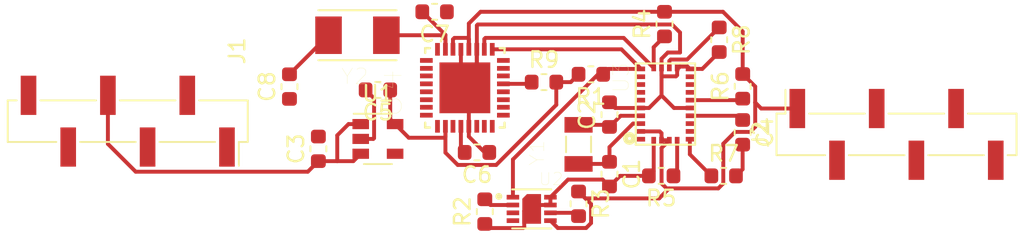
<source format=kicad_pcb>
(kicad_pcb (version 20171130) (host pcbnew "(5.1.6-0-10_14)")

  (general
    (thickness 1.6)
    (drawings 0)
    (tracks 172)
    (zones 0)
    (modules 25)
    (nets 44)
  )

  (page A4)
  (layers
    (0 F.Cu signal)
    (31 B.Cu signal)
    (32 B.Adhes user)
    (33 F.Adhes user)
    (34 B.Paste user)
    (35 F.Paste user)
    (36 B.SilkS user)
    (37 F.SilkS user)
    (38 B.Mask user)
    (39 F.Mask user)
    (40 Dwgs.User user)
    (41 Cmts.User user)
    (42 Eco1.User user)
    (43 Eco2.User user)
    (44 Edge.Cuts user)
    (45 Margin user)
    (46 B.CrtYd user)
    (47 F.CrtYd user)
    (48 B.Fab user)
    (49 F.Fab user hide)
  )

  (setup
    (last_trace_width 0.25)
    (trace_clearance 0.2)
    (zone_clearance 0.508)
    (zone_45_only no)
    (trace_min 0.2)
    (via_size 0.8)
    (via_drill 0.4)
    (via_min_size 0.4)
    (via_min_drill 0.3)
    (uvia_size 0.3)
    (uvia_drill 0.1)
    (uvias_allowed no)
    (uvia_min_size 0.2)
    (uvia_min_drill 0.1)
    (edge_width 0.05)
    (segment_width 0.2)
    (pcb_text_width 0.3)
    (pcb_text_size 1.5 1.5)
    (mod_edge_width 0.12)
    (mod_text_size 1 1)
    (mod_text_width 0.15)
    (pad_size 1.524 1.524)
    (pad_drill 0.762)
    (pad_to_mask_clearance 0.05)
    (aux_axis_origin 0 0)
    (visible_elements FFFFFF7F)
    (pcbplotparams
      (layerselection 0x010fc_ffffffff)
      (usegerberextensions false)
      (usegerberattributes true)
      (usegerberadvancedattributes true)
      (creategerberjobfile true)
      (excludeedgelayer true)
      (linewidth 0.100000)
      (plotframeref false)
      (viasonmask false)
      (mode 1)
      (useauxorigin false)
      (hpglpennumber 1)
      (hpglpenspeed 20)
      (hpglpendiameter 15.000000)
      (psnegative false)
      (psa4output false)
      (plotreference true)
      (plotvalue true)
      (plotinvisibletext false)
      (padsonsilk false)
      (subtractmaskfromsilk false)
      (outputformat 1)
      (mirror false)
      (drillshape 1)
      (scaleselection 1)
      (outputdirectory ""))
  )

  (net 0 "")
  (net 1 GND)
  (net 2 "Net-(C1-Pad1)")
  (net 3 "Net-(C2-Pad1)")
  (net 4 +3V3)
  (net 5 VDD)
  (net 6 "Net-(C8-Pad2)")
  (net 7 SCK)
  (net 8 MISO)
  (net 9 RESET)
  (net 10 MOSI)
  (net 11 RX)
  (net 12 TX)
  (net 13 SENSOR_SDA)
  (net 14 SENSOR_SCL)
  (net 15 "Net-(C4-Pad1)")
  (net 16 "Net-(C6-Pad2)")
  (net 17 "Net-(C7-Pad2)")
  (net 18 "Net-(J1-Pad5)")
  (net 19 "Net-(J1-Pad1)")
  (net 20 "Net-(R2-Pad2)")
  (net 21 "Net-(R3-Pad2)")
  (net 22 "Net-(R5-Pad1)")
  (net 23 "Net-(R6-Pad1)")
  (net 24 "Net-(R7-Pad1)")
  (net 25 "Net-(R8-Pad1)")
  (net 26 "Net-(U1-Pad4)")
  (net 27 "Net-(U2-Pad3)")
  (net 28 "Net-(U3-Pad14)")
  (net 29 "Net-(U4-Pad32)")
  (net 30 "Net-(U4-Pad28)")
  (net 31 "Net-(U4-Pad27)")
  (net 32 "Net-(U4-Pad26)")
  (net 33 "Net-(U4-Pad25)")
  (net 34 "Net-(U4-Pad24)")
  (net 35 "Net-(U4-Pad23)")
  (net 36 "Net-(U4-Pad22)")
  (net 37 "Net-(U4-Pad19)")
  (net 38 "Net-(U4-Pad14)")
  (net 39 "Net-(U4-Pad13)")
  (net 40 "Net-(U4-Pad12)")
  (net 41 "Net-(U4-Pad11)")
  (net 42 "Net-(U4-Pad10)")
  (net 43 "Net-(U4-Pad9)")

  (net_class Default "This is the default net class."
    (clearance 0.2)
    (trace_width 0.25)
    (via_dia 0.8)
    (via_drill 0.4)
    (uvia_dia 0.3)
    (uvia_drill 0.1)
    (add_net +3V3)
    (add_net GND)
    (add_net MISO)
    (add_net MOSI)
    (add_net "Net-(C1-Pad1)")
    (add_net "Net-(C2-Pad1)")
    (add_net "Net-(C4-Pad1)")
    (add_net "Net-(C6-Pad2)")
    (add_net "Net-(C7-Pad2)")
    (add_net "Net-(C8-Pad2)")
    (add_net "Net-(J1-Pad1)")
    (add_net "Net-(J1-Pad5)")
    (add_net "Net-(R2-Pad2)")
    (add_net "Net-(R3-Pad2)")
    (add_net "Net-(R5-Pad1)")
    (add_net "Net-(R6-Pad1)")
    (add_net "Net-(R7-Pad1)")
    (add_net "Net-(R8-Pad1)")
    (add_net "Net-(U1-Pad4)")
    (add_net "Net-(U2-Pad3)")
    (add_net "Net-(U3-Pad14)")
    (add_net "Net-(U4-Pad10)")
    (add_net "Net-(U4-Pad11)")
    (add_net "Net-(U4-Pad12)")
    (add_net "Net-(U4-Pad13)")
    (add_net "Net-(U4-Pad14)")
    (add_net "Net-(U4-Pad19)")
    (add_net "Net-(U4-Pad22)")
    (add_net "Net-(U4-Pad23)")
    (add_net "Net-(U4-Pad24)")
    (add_net "Net-(U4-Pad25)")
    (add_net "Net-(U4-Pad26)")
    (add_net "Net-(U4-Pad27)")
    (add_net "Net-(U4-Pad28)")
    (add_net "Net-(U4-Pad32)")
    (add_net "Net-(U4-Pad9)")
    (add_net RESET)
    (add_net RX)
    (add_net SCK)
    (add_net SENSOR_SCL)
    (add_net SENSOR_SDA)
    (add_net TX)
    (add_net VDD)
  )

  (module Package_TO_SOT_SMD:SOT-23-5 (layer F.Cu) (tedit 5A02FF57) (tstamp 5F1277D7)
    (at 143.66 66.135)
    (descr "5-pin SOT23 package")
    (tags SOT-23-5)
    (path /5F1E2D2C)
    (attr smd)
    (fp_text reference U1 (at 0 -2.9) (layer F.SilkS)
      (effects (font (size 1 1) (thickness 0.15)))
    )
    (fp_text value MIC5205-3.3YM5 (at 0 2.9) (layer F.Fab)
      (effects (font (size 1 1) (thickness 0.15)))
    )
    (fp_line (start 0.9 -1.55) (end 0.9 1.55) (layer F.Fab) (width 0.1))
    (fp_line (start 0.9 1.55) (end -0.9 1.55) (layer F.Fab) (width 0.1))
    (fp_line (start -0.9 -0.9) (end -0.9 1.55) (layer F.Fab) (width 0.1))
    (fp_line (start 0.9 -1.55) (end -0.25 -1.55) (layer F.Fab) (width 0.1))
    (fp_line (start -0.9 -0.9) (end -0.25 -1.55) (layer F.Fab) (width 0.1))
    (fp_line (start -1.9 1.8) (end -1.9 -1.8) (layer F.CrtYd) (width 0.05))
    (fp_line (start 1.9 1.8) (end -1.9 1.8) (layer F.CrtYd) (width 0.05))
    (fp_line (start 1.9 -1.8) (end 1.9 1.8) (layer F.CrtYd) (width 0.05))
    (fp_line (start -1.9 -1.8) (end 1.9 -1.8) (layer F.CrtYd) (width 0.05))
    (fp_line (start 0.9 -1.61) (end -1.55 -1.61) (layer F.SilkS) (width 0.12))
    (fp_line (start -0.9 1.61) (end 0.9 1.61) (layer F.SilkS) (width 0.12))
    (fp_text user %R (at 0 0 90) (layer F.Fab)
      (effects (font (size 0.5 0.5) (thickness 0.075)))
    )
    (pad 5 smd rect (at 1.1 -0.95) (size 1.06 0.65) (layers F.Cu F.Paste F.Mask)
      (net 4 +3V3))
    (pad 4 smd rect (at 1.1 0.95) (size 1.06 0.65) (layers F.Cu F.Paste F.Mask)
      (net 26 "Net-(U1-Pad4)"))
    (pad 3 smd rect (at -1.1 0.95) (size 1.06 0.65) (layers F.Cu F.Paste F.Mask)
      (net 5 VDD))
    (pad 2 smd rect (at -1.1 0) (size 1.06 0.65) (layers F.Cu F.Paste F.Mask)
      (net 1 GND))
    (pad 1 smd rect (at -1.1 -0.95) (size 1.06 0.65) (layers F.Cu F.Paste F.Mask)
      (net 5 VDD))
    (model ${KISYS3DMOD}/Package_TO_SOT_SMD.3dshapes/SOT-23-5.wrl
      (at (xyz 0 0 0))
      (scale (xyz 1 1 1))
      (rotate (xyz 0 0 0))
    )
  )

  (module ATMEGA328P-MUR:QFN50P500X500X100-33N (layer F.Cu) (tedit 5F0F9549) (tstamp 5F115FEB)
    (at 149.225 62.865 270)
    (path /5F13D13D)
    (fp_text reference U4 (at 0.381605 4.833865 90) (layer F.SilkS)
      (effects (font (size 1.642669 1.642669) (thickness 0.015)))
    )
    (fp_text value ATMEGA328P-MUR (at 18.435055 -5.492385 90) (layer F.Fab)
      (effects (font (size 1.641787 1.641787) (thickness 0.015)))
    )
    (fp_line (start -2.54 -2.54) (end -2.54 2.54) (layer F.Fab) (width 0.1))
    (fp_line (start 2.54 -2.54) (end -2.54 -2.54) (layer F.Fab) (width 0.1))
    (fp_line (start 2.54 2.54) (end 2.54 -2.54) (layer F.Fab) (width 0.1))
    (fp_line (start -2.54 2.54) (end 2.54 2.54) (layer F.Fab) (width 0.1))
    (fp_line (start 2.54 -1.6002) (end 2.54 -1.905) (layer F.Fab) (width 0.1))
    (fp_line (start 2.54 -1.0922) (end 2.54 -1.397) (layer F.Fab) (width 0.1))
    (fp_line (start 2.54 -0.6096) (end 2.54 -0.889) (layer F.Fab) (width 0.1))
    (fp_line (start 2.54 -0.1016) (end 2.54 -0.4064) (layer F.Fab) (width 0.1))
    (fp_line (start 2.54 0.4064) (end 2.54 0.1016) (layer F.Fab) (width 0.1))
    (fp_line (start 2.54 0.889) (end 2.54 0.6096) (layer F.Fab) (width 0.1))
    (fp_line (start 2.54 1.397) (end 2.54 1.0922) (layer F.Fab) (width 0.1))
    (fp_line (start 2.54 1.905) (end 2.54 1.6002) (layer F.Fab) (width 0.1))
    (fp_line (start 1.6002 2.54) (end 1.905 2.54) (layer F.Fab) (width 0.1))
    (fp_line (start 1.0922 2.54) (end 1.397 2.54) (layer F.Fab) (width 0.1))
    (fp_line (start 0.6096 2.54) (end 0.889 2.54) (layer F.Fab) (width 0.1))
    (fp_line (start 0.1016 2.54) (end 0.4064 2.54) (layer F.Fab) (width 0.1))
    (fp_line (start -0.4064 2.54) (end -0.1016 2.54) (layer F.Fab) (width 0.1))
    (fp_line (start -0.889 2.54) (end -0.6096 2.54) (layer F.Fab) (width 0.1))
    (fp_line (start -1.397 2.54) (end -1.0922 2.54) (layer F.Fab) (width 0.1))
    (fp_line (start -1.905 2.54) (end -1.6002 2.54) (layer F.Fab) (width 0.1))
    (fp_line (start -2.54 1.6002) (end -2.54 1.905) (layer F.Fab) (width 0.1))
    (fp_line (start -2.54 1.0922) (end -2.54 1.397) (layer F.Fab) (width 0.1))
    (fp_line (start -2.54 0.6096) (end -2.54 0.889) (layer F.Fab) (width 0.1))
    (fp_line (start -2.54 0.1016) (end -2.54 0.4064) (layer F.Fab) (width 0.1))
    (fp_line (start -2.54 -0.4064) (end -2.54 -0.1016) (layer F.Fab) (width 0.1))
    (fp_line (start -2.54 -0.889) (end -2.54 -0.6096) (layer F.Fab) (width 0.1))
    (fp_line (start -2.54 -1.397) (end -2.54 -1.0922) (layer F.Fab) (width 0.1))
    (fp_line (start -2.54 -1.905) (end -2.54 -1.6002) (layer F.Fab) (width 0.1))
    (fp_line (start -1.6002 -2.54) (end -1.905 -2.54) (layer F.Fab) (width 0.1))
    (fp_line (start -1.0922 -2.54) (end -1.397 -2.54) (layer F.Fab) (width 0.1))
    (fp_line (start -0.6096 -2.54) (end -0.889 -2.54) (layer F.Fab) (width 0.1))
    (fp_line (start -0.1016 -2.54) (end -0.4064 -2.54) (layer F.Fab) (width 0.1))
    (fp_line (start 0.4064 -2.54) (end 0.1016 -2.54) (layer F.Fab) (width 0.1))
    (fp_line (start 0.889 -2.54) (end 0.6096 -2.54) (layer F.Fab) (width 0.1))
    (fp_line (start 1.397 -2.54) (end 1.0922 -2.54) (layer F.Fab) (width 0.1))
    (fp_line (start 1.905 -2.54) (end 1.6002 -2.54) (layer F.Fab) (width 0.1))
    (fp_line (start -2.54 -1.27) (end -1.27 -2.54) (layer F.Fab) (width 0.1))
    (fp_line (start -2.54 -2.54) (end -2.54 -2.2352) (layer F.SilkS) (width 0.1524))
    (fp_line (start 2.54 -2.54) (end 2.2352 -2.54) (layer F.SilkS) (width 0.1524))
    (fp_line (start 2.54 2.54) (end 2.54 2.2352) (layer F.SilkS) (width 0.1524))
    (fp_line (start -2.54 2.54) (end -2.2352 2.54) (layer F.SilkS) (width 0.1524))
    (fp_line (start -2.2352 -2.54) (end -2.54 -2.54) (layer F.SilkS) (width 0.1524))
    (fp_line (start -2.54 2.2352) (end -2.54 2.54) (layer F.SilkS) (width 0.1524))
    (fp_line (start 2.2352 2.54) (end 2.54 2.54) (layer F.SilkS) (width 0.1524))
    (fp_line (start 2.54 -2.2352) (end 2.54 -2.54) (layer F.SilkS) (width 0.1524))
    (pad 33 smd rect (at 0 0 270) (size 3.2512 3.2512) (layers F.Cu F.Paste F.Mask)
      (net 1 GND))
    (pad 32 smd rect (at -1.7526 -2.4638 270) (size 0.3048 0.8128) (layers F.Cu F.Paste F.Mask)
      (net 29 "Net-(U4-Pad32)"))
    (pad 31 smd rect (at -1.2446 -2.4638 270) (size 0.3048 0.8128) (layers F.Cu F.Paste F.Mask)
      (net 12 TX))
    (pad 30 smd rect (at -0.762 -2.4638 270) (size 0.3048 0.8128) (layers F.Cu F.Paste F.Mask)
      (net 11 RX))
    (pad 29 smd rect (at -0.254 -2.4638 270) (size 0.3048 0.8128) (layers F.Cu F.Paste F.Mask)
      (net 9 RESET))
    (pad 28 smd rect (at 0.254 -2.4638 270) (size 0.3048 0.8128) (layers F.Cu F.Paste F.Mask)
      (net 30 "Net-(U4-Pad28)"))
    (pad 27 smd rect (at 0.762 -2.4638 270) (size 0.3048 0.8128) (layers F.Cu F.Paste F.Mask)
      (net 31 "Net-(U4-Pad27)"))
    (pad 26 smd rect (at 1.2446 -2.4638 270) (size 0.3048 0.8128) (layers F.Cu F.Paste F.Mask)
      (net 32 "Net-(U4-Pad26)"))
    (pad 25 smd rect (at 1.7526 -2.4638 270) (size 0.3048 0.8128) (layers F.Cu F.Paste F.Mask)
      (net 33 "Net-(U4-Pad25)"))
    (pad 24 smd rect (at 2.4638 -1.7526 270) (size 0.8128 0.3048) (layers F.Cu F.Paste F.Mask)
      (net 34 "Net-(U4-Pad24)"))
    (pad 23 smd rect (at 2.4638 -1.2446 270) (size 0.8128 0.3048) (layers F.Cu F.Paste F.Mask)
      (net 35 "Net-(U4-Pad23)"))
    (pad 22 smd rect (at 2.4638 -0.762 270) (size 0.8128 0.3048) (layers F.Cu F.Paste F.Mask)
      (net 36 "Net-(U4-Pad22)"))
    (pad 21 smd rect (at 2.4638 -0.254 270) (size 0.8128 0.3048) (layers F.Cu F.Paste F.Mask)
      (net 1 GND))
    (pad 20 smd rect (at 2.4638 0.254 270) (size 0.8128 0.3048) (layers F.Cu F.Paste F.Mask)
      (net 16 "Net-(C6-Pad2)"))
    (pad 19 smd rect (at 2.4638 0.762 270) (size 0.8128 0.3048) (layers F.Cu F.Paste F.Mask)
      (net 37 "Net-(U4-Pad19)"))
    (pad 18 smd rect (at 2.4638 1.2446 270) (size 0.8128 0.3048) (layers F.Cu F.Paste F.Mask)
      (net 4 +3V3))
    (pad 17 smd rect (at 2.4638 1.7526 270) (size 0.8128 0.3048) (layers F.Cu F.Paste F.Mask)
      (net 7 SCK))
    (pad 16 smd rect (at 1.7526 2.4638 270) (size 0.3048 0.8128) (layers F.Cu F.Paste F.Mask)
      (net 8 MISO))
    (pad 15 smd rect (at 1.2446 2.4638 270) (size 0.3048 0.8128) (layers F.Cu F.Paste F.Mask)
      (net 10 MOSI))
    (pad 14 smd rect (at 0.762 2.4638 270) (size 0.3048 0.8128) (layers F.Cu F.Paste F.Mask)
      (net 38 "Net-(U4-Pad14)"))
    (pad 13 smd rect (at 0.254 2.4638 270) (size 0.3048 0.8128) (layers F.Cu F.Paste F.Mask)
      (net 39 "Net-(U4-Pad13)"))
    (pad 12 smd rect (at -0.254 2.4638 270) (size 0.3048 0.8128) (layers F.Cu F.Paste F.Mask)
      (net 40 "Net-(U4-Pad12)"))
    (pad 11 smd rect (at -0.762 2.4638 270) (size 0.3048 0.8128) (layers F.Cu F.Paste F.Mask)
      (net 41 "Net-(U4-Pad11)"))
    (pad 10 smd rect (at -1.2446 2.4638 270) (size 0.3048 0.8128) (layers F.Cu F.Paste F.Mask)
      (net 42 "Net-(U4-Pad10)"))
    (pad 9 smd rect (at -1.7526 2.4638 270) (size 0.3048 0.8128) (layers F.Cu F.Paste F.Mask)
      (net 43 "Net-(U4-Pad9)"))
    (pad 8 smd rect (at -2.4638 1.7526 270) (size 0.8128 0.3048) (layers F.Cu F.Paste F.Mask)
      (net 6 "Net-(C8-Pad2)"))
    (pad 7 smd rect (at -2.4638 1.2446 270) (size 0.8128 0.3048) (layers F.Cu F.Paste F.Mask)
      (net 17 "Net-(C7-Pad2)"))
    (pad 6 smd rect (at -2.4638 0.762 270) (size 0.8128 0.3048) (layers F.Cu F.Paste F.Mask)
      (net 4 +3V3))
    (pad 5 smd rect (at -2.4638 0.254 270) (size 0.8128 0.3048) (layers F.Cu F.Paste F.Mask)
      (net 1 GND))
    (pad 4 smd rect (at -2.4638 -0.254 270) (size 0.8128 0.3048) (layers F.Cu F.Paste F.Mask)
      (net 4 +3V3))
    (pad 3 smd rect (at -2.4638 -0.762 270) (size 0.8128 0.3048) (layers F.Cu F.Paste F.Mask)
      (net 1 GND))
    (pad 2 smd rect (at -2.4638 -1.2446 270) (size 0.8128 0.3048) (layers F.Cu F.Paste F.Mask)
      (net 14 SENSOR_SCL))
    (pad 1 smd rect (at -2.4638 -1.7526 270) (size 0.8128 0.3048) (layers F.Cu F.Paste F.Mask)
      (net 13 SENSOR_SDA))
  )

  (module BNO055:LGA28R50P4X10_380X520X100 (layer F.Cu) (tedit 5F0F97D8) (tstamp 5F116B6D)
    (at 162.06 63.905 90)
    (path /5F14966A)
    (fp_text reference U3 (at 1.67669 -2.83785 90) (layer F.SilkS)
      (effects (font (size 1.001008 1.001008) (thickness 0.015)))
    )
    (fp_text value BNO055 (at 13.192115 2.668465 90) (layer F.Fab)
      (effects (font (size 1.001299 1.001299) (thickness 0.015)))
    )
    (fp_circle (center -2.2 -2.3) (end -2.1 -2.3) (layer F.SilkS) (width 0.3048))
    (fp_line (start -2.9 2.2) (end -2.9 -2.2) (layer F.CrtYd) (width 0.127))
    (fp_line (start 2.9 2.2) (end -2.9 2.2) (layer F.CrtYd) (width 0.127))
    (fp_line (start 2.9 -2.2) (end 2.9 2.2) (layer F.CrtYd) (width 0.127))
    (fp_line (start -2.9 -2.2) (end 2.9 -2.2) (layer F.CrtYd) (width 0.127))
    (fp_line (start 2.6 -1.9) (end -2.6 -1.9) (layer F.SilkS) (width 0.127))
    (fp_line (start 2.6 1.9) (end 2.6 -1.9) (layer F.SilkS) (width 0.127))
    (fp_line (start -2.6 1.9) (end 2.6 1.9) (layer F.SilkS) (width 0.127))
    (fp_line (start -2.6 -1.9) (end -2.6 1.9) (layer F.SilkS) (width 0.127))
    (pad 28 smd rect (at -1.75 -1.5625 90) (size 0.3 0.525) (layers F.Cu F.Paste F.Mask)
      (net 4 +3V3))
    (pad 27 smd rect (at -1.25 -1.5625 90) (size 0.3 0.525) (layers F.Cu F.Paste F.Mask)
      (net 2 "Net-(C1-Pad1)"))
    (pad 26 smd rect (at -0.75 -1.5625 90) (size 0.3 0.525) (layers F.Cu F.Paste F.Mask)
      (net 3 "Net-(C2-Pad1)"))
    (pad 25 smd rect (at -0.25 -1.5625 90) (size 0.3 0.525) (layers F.Cu F.Paste F.Mask)
      (net 1 GND))
    (pad 24 smd rect (at 0.25 -1.5625 90) (size 0.3 0.525) (layers F.Cu F.Paste F.Mask))
    (pad 23 smd rect (at 0.75 -1.5625 90) (size 0.3 0.525) (layers F.Cu F.Paste F.Mask))
    (pad 22 smd rect (at 1.25 -1.5625 90) (size 0.3 0.525) (layers F.Cu F.Paste F.Mask))
    (pad 21 smd rect (at 1.75 -1.5625 90) (size 0.3 0.525) (layers F.Cu F.Paste F.Mask))
    (pad 20 smd rect (at 2.25 -1.5625 90) (size 0.3 0.525) (layers F.Cu F.Paste F.Mask)
      (net 13 SENSOR_SDA))
    (pad 19 smd rect (at 2.3125 -0.75 90) (size 0.425 0.3) (layers F.Cu F.Paste F.Mask)
      (net 14 SENSOR_SCL))
    (pad 18 smd rect (at 2.3125 -0.25 90) (size 0.425 0.3) (layers F.Cu F.Paste F.Mask)
      (net 1 GND))
    (pad 17 smd rect (at 2.3125 0.25 90) (size 0.425 0.3) (layers F.Cu F.Paste F.Mask)
      (net 25 "Net-(R8-Pad1)"))
    (pad 16 smd rect (at 2.3125 0.75 90) (size 0.425 0.3) (layers F.Cu F.Paste F.Mask)
      (net 1 GND))
    (pad 15 smd rect (at 2.25 1.5625 90) (size 0.3 0.525) (layers F.Cu F.Paste F.Mask)
      (net 1 GND))
    (pad 14 smd rect (at 1.75 1.5625 90) (size 0.3 0.525) (layers F.Cu F.Paste F.Mask)
      (net 28 "Net-(U3-Pad14)"))
    (pad 13 smd rect (at 1.25 1.5625 90) (size 0.3 0.525) (layers F.Cu F.Paste F.Mask))
    (pad 12 smd rect (at 0.75 1.5625 90) (size 0.3 0.525) (layers F.Cu F.Paste F.Mask))
    (pad 11 smd rect (at 0.25 1.5625 90) (size 0.3 0.525) (layers F.Cu F.Paste F.Mask)
      (net 23 "Net-(R6-Pad1)"))
    (pad 10 smd rect (at -0.25 1.5625 90) (size 0.3 0.525) (layers F.Cu F.Paste F.Mask)
      (net 1 GND))
    (pad 9 smd rect (at -0.75 1.5625 90) (size 0.3 0.525) (layers F.Cu F.Paste F.Mask)
      (net 15 "Net-(C4-Pad1)"))
    (pad 8 smd rect (at -1.25 1.5625 90) (size 0.3 0.525) (layers F.Cu F.Paste F.Mask))
    (pad 7 smd rect (at -1.75 1.5625 90) (size 0.3 0.525) (layers F.Cu F.Paste F.Mask))
    (pad 6 smd rect (at -2.25 1.5625 90) (size 0.3 0.525) (layers F.Cu F.Paste F.Mask)
      (net 24 "Net-(R7-Pad1)"))
    (pad 5 smd rect (at -2.3125 0.75 90) (size 0.425 0.3) (layers F.Cu F.Paste F.Mask)
      (net 22 "Net-(R5-Pad1)"))
    (pad 4 smd rect (at -2.3125 0.25 90) (size 0.425 0.3) (layers F.Cu F.Paste F.Mask)
      (net 4 +3V3))
    (pad 3 smd rect (at -2.3125 -0.25 90) (size 0.425 0.3) (layers F.Cu F.Paste F.Mask)
      (net 4 +3V3))
    (pad 2 smd rect (at -2.3125 -0.75 90) (size 0.425 0.3) (layers F.Cu F.Paste F.Mask)
      (net 1 GND))
    (pad 1 smd rect (at -2.25 -1.5625 90) (size 0.3 0.525) (layers F.Cu F.Paste F.Mask))
  )

  (module Connector_PinHeader_2.54mm:PinHeader_1x06_P2.54mm_Vertical_SMD_Pin1Right (layer F.Cu) (tedit 59FED5CC) (tstamp 5F115EA6)
    (at 176.85 65.845 90)
    (descr "surface-mounted straight pin header, 1x06, 2.54mm pitch, single row, style 2 (pin 1 right)")
    (tags "Surface mounted pin header SMD 1x06 2.54mm single row style2 pin1 right")
    (path /5F267FE4)
    (attr smd)
    (fp_text reference J2 (at 0 -8.68 90) (layer F.SilkS)
      (effects (font (size 1 1) (thickness 0.15)))
    )
    (fp_text value Conn_01x06_Female (at 0 8.68 90) (layer F.Fab)
      (effects (font (size 1 1) (thickness 0.15)))
    )
    (fp_line (start 3.45 -8.15) (end -3.45 -8.15) (layer F.CrtYd) (width 0.05))
    (fp_line (start 3.45 8.15) (end 3.45 -8.15) (layer F.CrtYd) (width 0.05))
    (fp_line (start -3.45 8.15) (end 3.45 8.15) (layer F.CrtYd) (width 0.05))
    (fp_line (start -3.45 -8.15) (end -3.45 8.15) (layer F.CrtYd) (width 0.05))
    (fp_line (start -1.33 2.03) (end -1.33 5.59) (layer F.SilkS) (width 0.12))
    (fp_line (start -1.33 -3.05) (end -1.33 0.51) (layer F.SilkS) (width 0.12))
    (fp_line (start -1.33 7.11) (end -1.33 7.68) (layer F.SilkS) (width 0.12))
    (fp_line (start 1.33 -7.68) (end 1.33 -7.11) (layer F.SilkS) (width 0.12))
    (fp_line (start 1.33 -7.11) (end 2.85 -7.11) (layer F.SilkS) (width 0.12))
    (fp_line (start -1.33 -7.68) (end -1.33 -4.57) (layer F.SilkS) (width 0.12))
    (fp_line (start 1.33 4.57) (end 1.33 7.68) (layer F.SilkS) (width 0.12))
    (fp_line (start 1.33 -0.51) (end 1.33 3.05) (layer F.SilkS) (width 0.12))
    (fp_line (start 1.33 -5.59) (end 1.33 -2.03) (layer F.SilkS) (width 0.12))
    (fp_line (start -1.33 7.68) (end 1.33 7.68) (layer F.SilkS) (width 0.12))
    (fp_line (start -1.33 -7.68) (end 1.33 -7.68) (layer F.SilkS) (width 0.12))
    (fp_line (start 2.54 4.13) (end 1.27 4.13) (layer F.Fab) (width 0.1))
    (fp_line (start 2.54 3.49) (end 2.54 4.13) (layer F.Fab) (width 0.1))
    (fp_line (start 1.27 3.49) (end 2.54 3.49) (layer F.Fab) (width 0.1))
    (fp_line (start 2.54 -0.95) (end 1.27 -0.95) (layer F.Fab) (width 0.1))
    (fp_line (start 2.54 -1.59) (end 2.54 -0.95) (layer F.Fab) (width 0.1))
    (fp_line (start 1.27 -1.59) (end 2.54 -1.59) (layer F.Fab) (width 0.1))
    (fp_line (start 2.54 -6.03) (end 1.27 -6.03) (layer F.Fab) (width 0.1))
    (fp_line (start 2.54 -6.67) (end 2.54 -6.03) (layer F.Fab) (width 0.1))
    (fp_line (start 1.27 -6.67) (end 2.54 -6.67) (layer F.Fab) (width 0.1))
    (fp_line (start -2.54 6.67) (end -1.27 6.67) (layer F.Fab) (width 0.1))
    (fp_line (start -2.54 6.03) (end -2.54 6.67) (layer F.Fab) (width 0.1))
    (fp_line (start -1.27 6.03) (end -2.54 6.03) (layer F.Fab) (width 0.1))
    (fp_line (start -2.54 1.59) (end -1.27 1.59) (layer F.Fab) (width 0.1))
    (fp_line (start -2.54 0.95) (end -2.54 1.59) (layer F.Fab) (width 0.1))
    (fp_line (start -1.27 0.95) (end -2.54 0.95) (layer F.Fab) (width 0.1))
    (fp_line (start -2.54 -3.49) (end -1.27 -3.49) (layer F.Fab) (width 0.1))
    (fp_line (start -2.54 -4.13) (end -2.54 -3.49) (layer F.Fab) (width 0.1))
    (fp_line (start -1.27 -4.13) (end -2.54 -4.13) (layer F.Fab) (width 0.1))
    (fp_line (start -1.27 -7.62) (end -1.27 7.62) (layer F.Fab) (width 0.1))
    (fp_line (start 1.27 -6.67) (end 0.32 -7.62) (layer F.Fab) (width 0.1))
    (fp_line (start 1.27 7.62) (end 1.27 -6.67) (layer F.Fab) (width 0.1))
    (fp_line (start -1.27 -7.62) (end 0.32 -7.62) (layer F.Fab) (width 0.1))
    (fp_line (start 1.27 7.62) (end -1.27 7.62) (layer F.Fab) (width 0.1))
    (fp_text user %R (at 0 0) (layer F.Fab)
      (effects (font (size 1 1) (thickness 0.15)))
    )
    (pad 5 smd rect (at 1.655 3.81 90) (size 2.51 1) (layers F.Cu F.Paste F.Mask)
      (net 9 RESET))
    (pad 3 smd rect (at 1.655 -1.27 90) (size 2.51 1) (layers F.Cu F.Paste F.Mask)
      (net 10 MOSI))
    (pad 1 smd rect (at 1.655 -6.35 90) (size 2.51 1) (layers F.Cu F.Paste F.Mask)
      (net 4 +3V3))
    (pad 6 smd rect (at -1.655 6.35 90) (size 2.51 1) (layers F.Cu F.Paste F.Mask)
      (net 1 GND))
    (pad 4 smd rect (at -1.655 1.27 90) (size 2.51 1) (layers F.Cu F.Paste F.Mask)
      (net 7 SCK))
    (pad 2 smd rect (at -1.655 -3.81 90) (size 2.51 1) (layers F.Cu F.Paste F.Mask)
      (net 8 MISO))
    (model ${KISYS3DMOD}/Connector_PinHeader_2.54mm.3dshapes/PinHeader_1x06_P2.54mm_Vertical_SMD_Pin1Right.wrl
      (at (xyz 0 0 0))
      (scale (xyz 1 1 1))
      (rotate (xyz 0 0 0))
    )
  )

  (module 7A-16.000MAAE-T:XTAL_7A-16.000MAAE-T (layer F.Cu) (tedit 5F10F143) (tstamp 5F128335)
    (at 142.35 59.5 180)
    (path /5F2BA0D6)
    (fp_text reference Y2 (at 0.175 -2.635) (layer F.SilkS)
      (effects (font (size 1 1) (thickness 0.015)))
    )
    (fp_text value 16MHz (at 9.7 2.665) (layer F.Fab)
      (effects (font (size 1 1) (thickness 0.015)))
    )
    (fp_line (start 2.95 -1.85) (end -2.95 -1.85) (layer F.CrtYd) (width 0.05))
    (fp_line (start 2.95 1.85) (end 2.95 -1.85) (layer F.CrtYd) (width 0.05))
    (fp_line (start -2.95 1.85) (end 2.95 1.85) (layer F.CrtYd) (width 0.05))
    (fp_line (start -2.95 -1.85) (end -2.95 1.85) (layer F.CrtYd) (width 0.05))
    (fp_line (start 2.5 -1.6) (end -2.5 -1.6) (layer F.Fab) (width 0.127))
    (fp_line (start -2.5 1.6) (end 2.5 1.6) (layer F.Fab) (width 0.127))
    (fp_line (start 2.5 -1.6) (end -2.5 -1.6) (layer F.SilkS) (width 0.127))
    (fp_line (start 2.5 1.6) (end 2.5 -1.6) (layer F.Fab) (width 0.127))
    (fp_line (start -2.5 1.6) (end 2.5 1.6) (layer F.SilkS) (width 0.127))
    (fp_line (start -2.5 -1.6) (end -2.5 1.6) (layer F.Fab) (width 0.127))
    (pad 2 smd rect (at 1.85 0 180) (size 1.7 2.4) (layers F.Cu F.Paste F.Mask)
      (net 6 "Net-(C8-Pad2)"))
    (pad 1 smd rect (at -1.85 0 180) (size 1.7 2.4) (layers F.Cu F.Paste F.Mask)
      (net 17 "Net-(C7-Pad2)"))
  )

  (module XTAL_FC-135R_32.7680KA-AG0:XTAL_FC-135R_32.7680KA-AG0 (layer F.Cu) (tedit 5F10F05B) (tstamp 5F116031)
    (at 156.5 66.485 90)
    (path /5F16990C)
    (fp_text reference Y1 (at -0.541685 -2.660245 90) (layer F.SilkS)
      (effects (font (size 0.942575 0.942575) (thickness 0.015)))
    )
    (fp_text value 32.768kHz (at 12.08443 2.654195 90) (layer F.Fab)
      (effects (font (size 0.947063 0.947063) (thickness 0.015)))
    )
    (fp_line (start -0.5 0.8) (end 0.5 0.8) (layer F.SilkS) (width 0.127))
    (fp_line (start -0.5 -0.8) (end 0.5 -0.8) (layer F.SilkS) (width 0.127))
    (fp_line (start 1.65 0.8) (end -1.65 0.8) (layer F.Fab) (width 0.127))
    (fp_line (start 1.65 -0.8) (end 1.65 0.8) (layer F.Fab) (width 0.127))
    (fp_line (start -1.65 -0.8) (end 1.65 -0.8) (layer F.Fab) (width 0.127))
    (fp_line (start -1.65 0.8) (end -1.65 -0.8) (layer F.Fab) (width 0.127))
    (fp_line (start 2 1.15) (end 2 -1.15) (layer F.CrtYd) (width 0.05))
    (fp_line (start -2 1.15) (end 2 1.15) (layer F.CrtYd) (width 0.05))
    (fp_line (start -2 -1.15) (end -2 1.15) (layer F.CrtYd) (width 0.05))
    (fp_line (start 2 -1.15) (end -2 -1.15) (layer F.CrtYd) (width 0.05))
    (pad 2 smd rect (at 1.25 0 90) (size 1 1.8) (layers F.Cu F.Paste F.Mask)
      (net 3 "Net-(C2-Pad1)"))
    (pad 1 smd rect (at -1.25 0 90) (size 1 1.8) (layers F.Cu F.Paste F.Mask)
      (net 2 "Net-(C1-Pad1)"))
  )

  (module Connector_PinHeader_2.54mm:PinHeader_1x06_P2.54mm_Vertical_SMD_Pin1Right (layer F.Cu) (tedit 59FED5CC) (tstamp 5F116A40)
    (at 127.65 65 270)
    (descr "surface-mounted straight pin header, 1x06, 2.54mm pitch, single row, style 2 (pin 1 right)")
    (tags "Surface mounted pin header SMD 1x06 2.54mm single row style2 pin1 right")
    (path /5F2964FE)
    (attr smd)
    (fp_text reference J1 (at -4.5 -7 90) (layer F.SilkS)
      (effects (font (size 1 1) (thickness 0.15)))
    )
    (fp_text value Conn_01x06_Female (at 0 8.68 90) (layer F.Fab)
      (effects (font (size 1 1) (thickness 0.15)))
    )
    (fp_line (start 3.45 -8.15) (end -3.45 -8.15) (layer F.CrtYd) (width 0.05))
    (fp_line (start 3.45 8.15) (end 3.45 -8.15) (layer F.CrtYd) (width 0.05))
    (fp_line (start -3.45 8.15) (end 3.45 8.15) (layer F.CrtYd) (width 0.05))
    (fp_line (start -3.45 -8.15) (end -3.45 8.15) (layer F.CrtYd) (width 0.05))
    (fp_line (start -1.33 2.03) (end -1.33 5.59) (layer F.SilkS) (width 0.12))
    (fp_line (start -1.33 -3.05) (end -1.33 0.51) (layer F.SilkS) (width 0.12))
    (fp_line (start -1.33 7.11) (end -1.33 7.68) (layer F.SilkS) (width 0.12))
    (fp_line (start 1.33 -7.68) (end 1.33 -7.11) (layer F.SilkS) (width 0.12))
    (fp_line (start 1.33 -7.11) (end 2.85 -7.11) (layer F.SilkS) (width 0.12))
    (fp_line (start -1.33 -7.68) (end -1.33 -4.57) (layer F.SilkS) (width 0.12))
    (fp_line (start 1.33 4.57) (end 1.33 7.68) (layer F.SilkS) (width 0.12))
    (fp_line (start 1.33 -0.51) (end 1.33 3.05) (layer F.SilkS) (width 0.12))
    (fp_line (start 1.33 -5.59) (end 1.33 -2.03) (layer F.SilkS) (width 0.12))
    (fp_line (start -1.33 7.68) (end 1.33 7.68) (layer F.SilkS) (width 0.12))
    (fp_line (start -1.33 -7.68) (end 1.33 -7.68) (layer F.SilkS) (width 0.12))
    (fp_line (start 2.54 4.13) (end 1.27 4.13) (layer F.Fab) (width 0.1))
    (fp_line (start 2.54 3.49) (end 2.54 4.13) (layer F.Fab) (width 0.1))
    (fp_line (start 1.27 3.49) (end 2.54 3.49) (layer F.Fab) (width 0.1))
    (fp_line (start 2.54 -0.95) (end 1.27 -0.95) (layer F.Fab) (width 0.1))
    (fp_line (start 2.54 -1.59) (end 2.54 -0.95) (layer F.Fab) (width 0.1))
    (fp_line (start 1.27 -1.59) (end 2.54 -1.59) (layer F.Fab) (width 0.1))
    (fp_line (start 2.54 -6.03) (end 1.27 -6.03) (layer F.Fab) (width 0.1))
    (fp_line (start 2.54 -6.67) (end 2.54 -6.03) (layer F.Fab) (width 0.1))
    (fp_line (start 1.27 -6.67) (end 2.54 -6.67) (layer F.Fab) (width 0.1))
    (fp_line (start -2.54 6.67) (end -1.27 6.67) (layer F.Fab) (width 0.1))
    (fp_line (start -2.54 6.03) (end -2.54 6.67) (layer F.Fab) (width 0.1))
    (fp_line (start -1.27 6.03) (end -2.54 6.03) (layer F.Fab) (width 0.1))
    (fp_line (start -2.54 1.59) (end -1.27 1.59) (layer F.Fab) (width 0.1))
    (fp_line (start -2.54 0.95) (end -2.54 1.59) (layer F.Fab) (width 0.1))
    (fp_line (start -1.27 0.95) (end -2.54 0.95) (layer F.Fab) (width 0.1))
    (fp_line (start -2.54 -3.49) (end -1.27 -3.49) (layer F.Fab) (width 0.1))
    (fp_line (start -2.54 -4.13) (end -2.54 -3.49) (layer F.Fab) (width 0.1))
    (fp_line (start -1.27 -4.13) (end -2.54 -4.13) (layer F.Fab) (width 0.1))
    (fp_line (start -1.27 -7.62) (end -1.27 7.62) (layer F.Fab) (width 0.1))
    (fp_line (start 1.27 -6.67) (end 0.32 -7.62) (layer F.Fab) (width 0.1))
    (fp_line (start 1.27 7.62) (end 1.27 -6.67) (layer F.Fab) (width 0.1))
    (fp_line (start -1.27 -7.62) (end 0.32 -7.62) (layer F.Fab) (width 0.1))
    (fp_line (start 1.27 7.62) (end -1.27 7.62) (layer F.Fab) (width 0.1))
    (fp_text user %R (at 0 0) (layer F.Fab)
      (effects (font (size 1 1) (thickness 0.15)))
    )
    (pad 5 smd rect (at 1.655 3.81 270) (size 2.51 1) (layers F.Cu F.Paste F.Mask)
      (net 18 "Net-(J1-Pad5)"))
    (pad 3 smd rect (at 1.655 -1.27 270) (size 2.51 1) (layers F.Cu F.Paste F.Mask)
      (net 12 TX))
    (pad 1 smd rect (at 1.655 -6.35 270) (size 2.51 1) (layers F.Cu F.Paste F.Mask)
      (net 19 "Net-(J1-Pad1)"))
    (pad 6 smd rect (at -1.655 6.35 270) (size 2.51 1) (layers F.Cu F.Paste F.Mask)
      (net 1 GND))
    (pad 4 smd rect (at -1.655 1.27 270) (size 2.51 1) (layers F.Cu F.Paste F.Mask)
      (net 5 VDD))
    (pad 2 smd rect (at -1.655 -3.81 270) (size 2.51 1) (layers F.Cu F.Paste F.Mask)
      (net 11 RX))
    (model ${KISYS3DMOD}/Connector_PinHeader_2.54mm.3dshapes/PinHeader_1x06_P2.54mm_Vertical_SMD_Pin1Right.wrl
      (at (xyz 0 0 0))
      (scale (xyz 1 1 1))
      (rotate (xyz 0 0 0))
    )
  )

  (module SHT31-DIS-B:SON50P250X250X100-9N (layer F.Cu) (tedit 5F109BEB) (tstamp 5F116021)
    (at 153.5 70.615)
    (path /5F197D98)
    (fp_text reference U2 (at 1.24139 -1.91014) (layer F.SilkS)
      (effects (font (size 0.800898 0.800898) (thickness 0.015)))
    )
    (fp_text value SHT31-DIS-B (at 8.87378 1.9951) (layer F.Fab)
      (effects (font (size 0.801244 0.801244) (thickness 0.015)))
    )
    (fp_circle (center -2.1 -0.8) (end -1.98 -0.8) (layer F.SilkS) (width 0.2))
    (fp_line (start -1.85 1.55) (end -1.85 -1.55) (layer F.CrtYd) (width 0.05))
    (fp_line (start 1.85 1.55) (end -1.85 1.55) (layer F.CrtYd) (width 0.05))
    (fp_line (start 1.85 -1.55) (end 1.85 1.55) (layer F.CrtYd) (width 0.05))
    (fp_line (start -1.85 -1.55) (end 1.85 -1.55) (layer F.CrtYd) (width 0.05))
    (fp_line (start 1.25 -1.25) (end 1.25 1.25) (layer F.Fab) (width 0.127))
    (fp_line (start -1.25 -1.25) (end -1.25 1.25) (layer F.Fab) (width 0.127))
    (fp_line (start -1.25 1.25) (end 1.25 1.25) (layer F.SilkS) (width 0.127))
    (fp_line (start -1.25 -1.25) (end 1.25 -1.25) (layer F.SilkS) (width 0.127))
    (fp_poly (pts (xy 0.750826 0.55) (xy 1.65 0.55) (xy 1.65 0.951046) (xy 0.750826 0.951046)) (layer F.Mask) (width 0.01))
    (fp_poly (pts (xy 0.750746 0.05) (xy 1.65 0.05) (xy 1.65 0.450448) (xy 0.750746 0.450448)) (layer F.Mask) (width 0.01))
    (fp_poly (pts (xy 0.750849 -0.45) (xy 1.65 -0.45) (xy 1.65 -0.050057) (xy 0.750849 -0.050057)) (layer F.Mask) (width 0.01))
    (fp_poly (pts (xy 0.750198 -0.95) (xy 1.65 -0.95) (xy 1.65 -0.550145) (xy 0.750198 -0.550145)) (layer F.Mask) (width 0.01))
    (fp_poly (pts (xy -1.65051 0.55) (xy -0.75 0.55) (xy -0.75 0.950295) (xy -1.65051 0.950295)) (layer F.Mask) (width 0.01))
    (fp_poly (pts (xy -1.6519 0.05) (xy -0.75 0.05) (xy -0.75 0.450519) (xy -1.6519 0.450519)) (layer F.Mask) (width 0.01))
    (fp_poly (pts (xy -1.65067 -0.45) (xy -0.75 -0.45) (xy -0.75 -0.05002) (xy -1.65067 -0.05002)) (layer F.Mask) (width 0.01))
    (fp_poly (pts (xy -1.65134 -0.95) (xy -0.75 -0.95) (xy -0.75 -0.550448) (xy -1.65134 -0.550448)) (layer F.Mask) (width 0.01))
    (fp_poly (pts (xy -0.65 -0.65) (xy -0.3 -1) (xy 0.65 -1) (xy 0.65 1)
      (xy -0.65 1)) (layer F.Mask) (width 0.001))
    (fp_poly (pts (xy -0.335284 -0.685) (xy 0.335 -0.685) (xy 0.335 0.68558) (xy -0.335284 0.68558)) (layer F.Paste) (width 0.01))
    (fp_poly (pts (xy -0.3 -0.95) (xy 0.6 -0.95) (xy 0.6 0.95) (xy -0.6 0.95)
      (xy -0.6 -0.65)) (layer F.Cu) (width 0.001))
    (pad 9 smd rect (at 0 0) (size 0.2 1) (layers F.Cu F.Paste F.Mask)
      (net 1 GND))
    (pad 8 smd rect (at 1.2 -0.75) (size 0.8 0.3) (layers F.Cu F.Paste)
      (net 1 GND))
    (pad 7 smd rect (at 1.2 -0.25) (size 0.8 0.3) (layers F.Cu F.Paste)
      (net 1 GND))
    (pad 6 smd rect (at 1.2 0.25) (size 0.8 0.3) (layers F.Cu F.Paste)
      (net 21 "Net-(R3-Pad2)"))
    (pad 5 smd rect (at 1.2 0.75) (size 0.8 0.3) (layers F.Cu F.Paste)
      (net 4 +3V3))
    (pad 4 smd rect (at -1.2 0.75) (size 0.8 0.3) (layers F.Cu F.Paste)
      (net 14 SENSOR_SCL))
    (pad 3 smd rect (at -1.2 0.25) (size 0.8 0.3) (layers F.Cu F.Paste)
      (net 27 "Net-(U2-Pad3)"))
    (pad 2 smd rect (at -1.2 -0.25) (size 0.8 0.3) (layers F.Cu F.Paste)
      (net 20 "Net-(R2-Pad2)"))
    (pad 1 smd rect (at -1.2 -0.75) (size 0.8 0.3) (layers F.Cu F.Paste)
      (net 13 SENSOR_SDA))
  )

  (module Resistor_SMD:R_0603_1608Metric (layer F.Cu) (tedit 5B301BBD) (tstamp 5F11C1C3)
    (at 154.2875 62.5)
    (descr "Resistor SMD 0603 (1608 Metric), square (rectangular) end terminal, IPC_7351 nominal, (Body size source: http://www.tortai-tech.com/upload/download/2011102023233369053.pdf), generated with kicad-footprint-generator")
    (tags resistor)
    (path /5F237554)
    (attr smd)
    (fp_text reference R9 (at 0 -1.43) (layer F.SilkS)
      (effects (font (size 1 1) (thickness 0.15)))
    )
    (fp_text value 10K (at 0 1.43) (layer F.Fab)
      (effects (font (size 1 1) (thickness 0.15)))
    )
    (fp_line (start 1.48 0.73) (end -1.48 0.73) (layer F.CrtYd) (width 0.05))
    (fp_line (start 1.48 -0.73) (end 1.48 0.73) (layer F.CrtYd) (width 0.05))
    (fp_line (start -1.48 -0.73) (end 1.48 -0.73) (layer F.CrtYd) (width 0.05))
    (fp_line (start -1.48 0.73) (end -1.48 -0.73) (layer F.CrtYd) (width 0.05))
    (fp_line (start -0.162779 0.51) (end 0.162779 0.51) (layer F.SilkS) (width 0.12))
    (fp_line (start -0.162779 -0.51) (end 0.162779 -0.51) (layer F.SilkS) (width 0.12))
    (fp_line (start 0.8 0.4) (end -0.8 0.4) (layer F.Fab) (width 0.1))
    (fp_line (start 0.8 -0.4) (end 0.8 0.4) (layer F.Fab) (width 0.1))
    (fp_line (start -0.8 -0.4) (end 0.8 -0.4) (layer F.Fab) (width 0.1))
    (fp_line (start -0.8 0.4) (end -0.8 -0.4) (layer F.Fab) (width 0.1))
    (fp_text user %R (at 0 0) (layer F.Fab)
      (effects (font (size 0.4 0.4) (thickness 0.06)))
    )
    (pad 2 smd roundrect (at 0.7875 0) (size 0.875 0.95) (layers F.Cu F.Paste F.Mask) (roundrect_rratio 0.25)
      (net 4 +3V3))
    (pad 1 smd roundrect (at -0.7875 0) (size 0.875 0.95) (layers F.Cu F.Paste F.Mask) (roundrect_rratio 0.25)
      (net 9 RESET))
    (model ${KISYS3DMOD}/Resistor_SMD.3dshapes/R_0603_1608Metric.wrl
      (at (xyz 0 0 0))
      (scale (xyz 1 1 1))
      (rotate (xyz 0 0 0))
    )
  )

  (module Resistor_SMD:R_0603_1608Metric (layer F.Cu) (tedit 5B301BBD) (tstamp 5F115F5F)
    (at 156.5 70.2875 270)
    (descr "Resistor SMD 0603 (1608 Metric), square (rectangular) end terminal, IPC_7351 nominal, (Body size source: http://www.tortai-tech.com/upload/download/2011102023233369053.pdf), generated with kicad-footprint-generator")
    (tags resistor)
    (path /5F1B3554)
    (attr smd)
    (fp_text reference R3 (at 0 -1.43 90) (layer F.SilkS)
      (effects (font (size 1 1) (thickness 0.15)))
    )
    (fp_text value 10K (at 0 1.43 90) (layer F.Fab)
      (effects (font (size 1 1) (thickness 0.15)))
    )
    (fp_line (start 1.48 0.73) (end -1.48 0.73) (layer F.CrtYd) (width 0.05))
    (fp_line (start 1.48 -0.73) (end 1.48 0.73) (layer F.CrtYd) (width 0.05))
    (fp_line (start -1.48 -0.73) (end 1.48 -0.73) (layer F.CrtYd) (width 0.05))
    (fp_line (start -1.48 0.73) (end -1.48 -0.73) (layer F.CrtYd) (width 0.05))
    (fp_line (start -0.162779 0.51) (end 0.162779 0.51) (layer F.SilkS) (width 0.12))
    (fp_line (start -0.162779 -0.51) (end 0.162779 -0.51) (layer F.SilkS) (width 0.12))
    (fp_line (start 0.8 0.4) (end -0.8 0.4) (layer F.Fab) (width 0.1))
    (fp_line (start 0.8 -0.4) (end 0.8 0.4) (layer F.Fab) (width 0.1))
    (fp_line (start -0.8 -0.4) (end 0.8 -0.4) (layer F.Fab) (width 0.1))
    (fp_line (start -0.8 0.4) (end -0.8 -0.4) (layer F.Fab) (width 0.1))
    (fp_text user %R (at 0 0 90) (layer F.Fab)
      (effects (font (size 0.4 0.4) (thickness 0.06)))
    )
    (pad 2 smd roundrect (at 0.7875 0 270) (size 0.875 0.95) (layers F.Cu F.Paste F.Mask) (roundrect_rratio 0.25)
      (net 21 "Net-(R3-Pad2)"))
    (pad 1 smd roundrect (at -0.7875 0 270) (size 0.875 0.95) (layers F.Cu F.Paste F.Mask) (roundrect_rratio 0.25)
      (net 4 +3V3))
    (model ${KISYS3DMOD}/Resistor_SMD.3dshapes/R_0603_1608Metric.wrl
      (at (xyz 0 0 0))
      (scale (xyz 1 1 1))
      (rotate (xyz 0 0 0))
    )
  )

  (module Resistor_SMD:R_0603_1608Metric (layer F.Cu) (tedit 5B301BBD) (tstamp 5F11C3EC)
    (at 150.5 70.7875 90)
    (descr "Resistor SMD 0603 (1608 Metric), square (rectangular) end terminal, IPC_7351 nominal, (Body size source: http://www.tortai-tech.com/upload/download/2011102023233369053.pdf), generated with kicad-footprint-generator")
    (tags resistor)
    (path /5F1C2074)
    (attr smd)
    (fp_text reference R2 (at 0 -1.43 90) (layer F.SilkS)
      (effects (font (size 1 1) (thickness 0.15)))
    )
    (fp_text value 10K (at 0 1.43 90) (layer F.Fab)
      (effects (font (size 1 1) (thickness 0.15)))
    )
    (fp_line (start 1.48 0.73) (end -1.48 0.73) (layer F.CrtYd) (width 0.05))
    (fp_line (start 1.48 -0.73) (end 1.48 0.73) (layer F.CrtYd) (width 0.05))
    (fp_line (start -1.48 -0.73) (end 1.48 -0.73) (layer F.CrtYd) (width 0.05))
    (fp_line (start -1.48 0.73) (end -1.48 -0.73) (layer F.CrtYd) (width 0.05))
    (fp_line (start -0.162779 0.51) (end 0.162779 0.51) (layer F.SilkS) (width 0.12))
    (fp_line (start -0.162779 -0.51) (end 0.162779 -0.51) (layer F.SilkS) (width 0.12))
    (fp_line (start 0.8 0.4) (end -0.8 0.4) (layer F.Fab) (width 0.1))
    (fp_line (start 0.8 -0.4) (end 0.8 0.4) (layer F.Fab) (width 0.1))
    (fp_line (start -0.8 -0.4) (end 0.8 -0.4) (layer F.Fab) (width 0.1))
    (fp_line (start -0.8 0.4) (end -0.8 -0.4) (layer F.Fab) (width 0.1))
    (fp_text user %R (at 0 0 90) (layer F.Fab)
      (effects (font (size 0.4 0.4) (thickness 0.06)))
    )
    (pad 2 smd roundrect (at 0.7875 0 90) (size 0.875 0.95) (layers F.Cu F.Paste F.Mask) (roundrect_rratio 0.25)
      (net 20 "Net-(R2-Pad2)"))
    (pad 1 smd roundrect (at -0.7875 0 90) (size 0.875 0.95) (layers F.Cu F.Paste F.Mask) (roundrect_rratio 0.25)
      (net 1 GND))
    (model ${KISYS3DMOD}/Resistor_SMD.3dshapes/R_0603_1608Metric.wrl
      (at (xyz 0 0 0))
      (scale (xyz 1 1 1))
      (rotate (xyz 0 0 0))
    )
  )

  (module Resistor_SMD:R_0603_1608Metric (layer F.Cu) (tedit 5B301BBD) (tstamp 5F12973D)
    (at 162 58.7875 90)
    (descr "Resistor SMD 0603 (1608 Metric), square (rectangular) end terminal, IPC_7351 nominal, (Body size source: http://www.tortai-tech.com/upload/download/2011102023233369053.pdf), generated with kicad-footprint-generator")
    (tags resistor)
    (path /5F17EA9B)
    (attr smd)
    (fp_text reference R4 (at 0 -1.43 90) (layer F.SilkS)
      (effects (font (size 1 1) (thickness 0.15)))
    )
    (fp_text value 10K (at 0 1.43 90) (layer F.Fab)
      (effects (font (size 1 1) (thickness 0.15)))
    )
    (fp_line (start 1.48 0.73) (end -1.48 0.73) (layer F.CrtYd) (width 0.05))
    (fp_line (start 1.48 -0.73) (end 1.48 0.73) (layer F.CrtYd) (width 0.05))
    (fp_line (start -1.48 -0.73) (end 1.48 -0.73) (layer F.CrtYd) (width 0.05))
    (fp_line (start -1.48 0.73) (end -1.48 -0.73) (layer F.CrtYd) (width 0.05))
    (fp_line (start -0.162779 0.51) (end 0.162779 0.51) (layer F.SilkS) (width 0.12))
    (fp_line (start -0.162779 -0.51) (end 0.162779 -0.51) (layer F.SilkS) (width 0.12))
    (fp_line (start 0.8 0.4) (end -0.8 0.4) (layer F.Fab) (width 0.1))
    (fp_line (start 0.8 -0.4) (end 0.8 0.4) (layer F.Fab) (width 0.1))
    (fp_line (start -0.8 -0.4) (end 0.8 -0.4) (layer F.Fab) (width 0.1))
    (fp_line (start -0.8 0.4) (end -0.8 -0.4) (layer F.Fab) (width 0.1))
    (fp_text user %R (at 0 0 90) (layer F.Fab)
      (effects (font (size 0.4 0.4) (thickness 0.06)))
    )
    (pad 2 smd roundrect (at 0.7875 0 90) (size 0.875 0.95) (layers F.Cu F.Paste F.Mask) (roundrect_rratio 0.25)
      (net 4 +3V3))
    (pad 1 smd roundrect (at -0.7875 0 90) (size 0.875 0.95) (layers F.Cu F.Paste F.Mask) (roundrect_rratio 0.25)
      (net 14 SENSOR_SCL))
    (model ${KISYS3DMOD}/Resistor_SMD.3dshapes/R_0603_1608Metric.wrl
      (at (xyz 0 0 0))
      (scale (xyz 1 1 1))
      (rotate (xyz 0 0 0))
    )
  )

  (module Resistor_SMD:R_0603_1608Metric (layer F.Cu) (tedit 5B301BBD) (tstamp 5F11BEE8)
    (at 157.2875 62 180)
    (descr "Resistor SMD 0603 (1608 Metric), square (rectangular) end terminal, IPC_7351 nominal, (Body size source: http://www.tortai-tech.com/upload/download/2011102023233369053.pdf), generated with kicad-footprint-generator")
    (tags resistor)
    (path /5F17E3D1)
    (attr smd)
    (fp_text reference R1 (at 0 -1.43) (layer F.SilkS)
      (effects (font (size 1 1) (thickness 0.15)))
    )
    (fp_text value 10K (at 0 1.43) (layer F.Fab)
      (effects (font (size 1 1) (thickness 0.15)))
    )
    (fp_line (start 1.48 0.73) (end -1.48 0.73) (layer F.CrtYd) (width 0.05))
    (fp_line (start 1.48 -0.73) (end 1.48 0.73) (layer F.CrtYd) (width 0.05))
    (fp_line (start -1.48 -0.73) (end 1.48 -0.73) (layer F.CrtYd) (width 0.05))
    (fp_line (start -1.48 0.73) (end -1.48 -0.73) (layer F.CrtYd) (width 0.05))
    (fp_line (start -0.162779 0.51) (end 0.162779 0.51) (layer F.SilkS) (width 0.12))
    (fp_line (start -0.162779 -0.51) (end 0.162779 -0.51) (layer F.SilkS) (width 0.12))
    (fp_line (start 0.8 0.4) (end -0.8 0.4) (layer F.Fab) (width 0.1))
    (fp_line (start 0.8 -0.4) (end 0.8 0.4) (layer F.Fab) (width 0.1))
    (fp_line (start -0.8 -0.4) (end 0.8 -0.4) (layer F.Fab) (width 0.1))
    (fp_line (start -0.8 0.4) (end -0.8 -0.4) (layer F.Fab) (width 0.1))
    (fp_text user %R (at 0 0) (layer F.Fab)
      (effects (font (size 0.4 0.4) (thickness 0.06)))
    )
    (pad 2 smd roundrect (at 0.7875 0 180) (size 0.875 0.95) (layers F.Cu F.Paste F.Mask) (roundrect_rratio 0.25)
      (net 4 +3V3))
    (pad 1 smd roundrect (at -0.7875 0 180) (size 0.875 0.95) (layers F.Cu F.Paste F.Mask) (roundrect_rratio 0.25)
      (net 13 SENSOR_SDA))
    (model ${KISYS3DMOD}/Resistor_SMD.3dshapes/R_0603_1608Metric.wrl
      (at (xyz 0 0 0))
      (scale (xyz 1 1 1))
      (rotate (xyz 0 0 0))
    )
  )

  (module Resistor_SMD:R_0603_1608Metric (layer F.Cu) (tedit 5B301BBD) (tstamp 5F115F1B)
    (at 165.5 59.7875 270)
    (descr "Resistor SMD 0603 (1608 Metric), square (rectangular) end terminal, IPC_7351 nominal, (Body size source: http://www.tortai-tech.com/upload/download/2011102023233369053.pdf), generated with kicad-footprint-generator")
    (tags resistor)
    (path /5F14FA04)
    (attr smd)
    (fp_text reference R8 (at 0 -1.43 90) (layer F.SilkS)
      (effects (font (size 1 1) (thickness 0.15)))
    )
    (fp_text value 10K (at 0 1.43 90) (layer F.Fab)
      (effects (font (size 1 1) (thickness 0.15)))
    )
    (fp_line (start 1.48 0.73) (end -1.48 0.73) (layer F.CrtYd) (width 0.05))
    (fp_line (start 1.48 -0.73) (end 1.48 0.73) (layer F.CrtYd) (width 0.05))
    (fp_line (start -1.48 -0.73) (end 1.48 -0.73) (layer F.CrtYd) (width 0.05))
    (fp_line (start -1.48 0.73) (end -1.48 -0.73) (layer F.CrtYd) (width 0.05))
    (fp_line (start -0.162779 0.51) (end 0.162779 0.51) (layer F.SilkS) (width 0.12))
    (fp_line (start -0.162779 -0.51) (end 0.162779 -0.51) (layer F.SilkS) (width 0.12))
    (fp_line (start 0.8 0.4) (end -0.8 0.4) (layer F.Fab) (width 0.1))
    (fp_line (start 0.8 -0.4) (end 0.8 0.4) (layer F.Fab) (width 0.1))
    (fp_line (start -0.8 -0.4) (end 0.8 -0.4) (layer F.Fab) (width 0.1))
    (fp_line (start -0.8 0.4) (end -0.8 -0.4) (layer F.Fab) (width 0.1))
    (fp_text user %R (at 0 0 90) (layer F.Fab)
      (effects (font (size 0.4 0.4) (thickness 0.06)))
    )
    (pad 2 smd roundrect (at 0.7875 0 270) (size 0.875 0.95) (layers F.Cu F.Paste F.Mask) (roundrect_rratio 0.25)
      (net 1 GND))
    (pad 1 smd roundrect (at -0.7875 0 270) (size 0.875 0.95) (layers F.Cu F.Paste F.Mask) (roundrect_rratio 0.25)
      (net 25 "Net-(R8-Pad1)"))
    (model ${KISYS3DMOD}/Resistor_SMD.3dshapes/R_0603_1608Metric.wrl
      (at (xyz 0 0 0))
      (scale (xyz 1 1 1))
      (rotate (xyz 0 0 0))
    )
  )

  (module Resistor_SMD:R_0603_1608Metric (layer F.Cu) (tedit 5B301BBD) (tstamp 5F128DD7)
    (at 165.7875 68.5)
    (descr "Resistor SMD 0603 (1608 Metric), square (rectangular) end terminal, IPC_7351 nominal, (Body size source: http://www.tortai-tech.com/upload/download/2011102023233369053.pdf), generated with kicad-footprint-generator")
    (tags resistor)
    (path /5F15255F)
    (attr smd)
    (fp_text reference R7 (at 0 -1.43) (layer F.SilkS)
      (effects (font (size 1 1) (thickness 0.15)))
    )
    (fp_text value 10K (at 0 1.43) (layer F.Fab)
      (effects (font (size 1 1) (thickness 0.15)))
    )
    (fp_line (start 1.48 0.73) (end -1.48 0.73) (layer F.CrtYd) (width 0.05))
    (fp_line (start 1.48 -0.73) (end 1.48 0.73) (layer F.CrtYd) (width 0.05))
    (fp_line (start -1.48 -0.73) (end 1.48 -0.73) (layer F.CrtYd) (width 0.05))
    (fp_line (start -1.48 0.73) (end -1.48 -0.73) (layer F.CrtYd) (width 0.05))
    (fp_line (start -0.162779 0.51) (end 0.162779 0.51) (layer F.SilkS) (width 0.12))
    (fp_line (start -0.162779 -0.51) (end 0.162779 -0.51) (layer F.SilkS) (width 0.12))
    (fp_line (start 0.8 0.4) (end -0.8 0.4) (layer F.Fab) (width 0.1))
    (fp_line (start 0.8 -0.4) (end 0.8 0.4) (layer F.Fab) (width 0.1))
    (fp_line (start -0.8 -0.4) (end 0.8 -0.4) (layer F.Fab) (width 0.1))
    (fp_line (start -0.8 0.4) (end -0.8 -0.4) (layer F.Fab) (width 0.1))
    (fp_text user %R (at 0 0) (layer F.Fab)
      (effects (font (size 0.4 0.4) (thickness 0.06)))
    )
    (pad 2 smd roundrect (at 0.7875 0) (size 0.875 0.95) (layers F.Cu F.Paste F.Mask) (roundrect_rratio 0.25)
      (net 1 GND))
    (pad 1 smd roundrect (at -0.7875 0) (size 0.875 0.95) (layers F.Cu F.Paste F.Mask) (roundrect_rratio 0.25)
      (net 24 "Net-(R7-Pad1)"))
    (model ${KISYS3DMOD}/Resistor_SMD.3dshapes/R_0603_1608Metric.wrl
      (at (xyz 0 0 0))
      (scale (xyz 1 1 1))
      (rotate (xyz 0 0 0))
    )
  )

  (module Resistor_SMD:R_0603_1608Metric (layer F.Cu) (tedit 5B301BBD) (tstamp 5F128DA7)
    (at 167.005 62.77 90)
    (descr "Resistor SMD 0603 (1608 Metric), square (rectangular) end terminal, IPC_7351 nominal, (Body size source: http://www.tortai-tech.com/upload/download/2011102023233369053.pdf), generated with kicad-footprint-generator")
    (tags resistor)
    (path /5F15D01C)
    (attr smd)
    (fp_text reference R6 (at 0 -1.43 90) (layer F.SilkS)
      (effects (font (size 1 1) (thickness 0.15)))
    )
    (fp_text value 10K (at 0 1.43 90) (layer F.Fab)
      (effects (font (size 1 1) (thickness 0.15)))
    )
    (fp_line (start 1.48 0.73) (end -1.48 0.73) (layer F.CrtYd) (width 0.05))
    (fp_line (start 1.48 -0.73) (end 1.48 0.73) (layer F.CrtYd) (width 0.05))
    (fp_line (start -1.48 -0.73) (end 1.48 -0.73) (layer F.CrtYd) (width 0.05))
    (fp_line (start -1.48 0.73) (end -1.48 -0.73) (layer F.CrtYd) (width 0.05))
    (fp_line (start -0.162779 0.51) (end 0.162779 0.51) (layer F.SilkS) (width 0.12))
    (fp_line (start -0.162779 -0.51) (end 0.162779 -0.51) (layer F.SilkS) (width 0.12))
    (fp_line (start 0.8 0.4) (end -0.8 0.4) (layer F.Fab) (width 0.1))
    (fp_line (start 0.8 -0.4) (end 0.8 0.4) (layer F.Fab) (width 0.1))
    (fp_line (start -0.8 -0.4) (end 0.8 -0.4) (layer F.Fab) (width 0.1))
    (fp_line (start -0.8 0.4) (end -0.8 -0.4) (layer F.Fab) (width 0.1))
    (fp_text user %R (at 0 0 90) (layer F.Fab)
      (effects (font (size 0.4 0.4) (thickness 0.06)))
    )
    (pad 2 smd roundrect (at 0.7875 0 90) (size 0.875 0.95) (layers F.Cu F.Paste F.Mask) (roundrect_rratio 0.25)
      (net 4 +3V3))
    (pad 1 smd roundrect (at -0.7875 0 90) (size 0.875 0.95) (layers F.Cu F.Paste F.Mask) (roundrect_rratio 0.25)
      (net 23 "Net-(R6-Pad1)"))
    (model ${KISYS3DMOD}/Resistor_SMD.3dshapes/R_0603_1608Metric.wrl
      (at (xyz 0 0 0))
      (scale (xyz 1 1 1))
      (rotate (xyz 0 0 0))
    )
  )

  (module Resistor_SMD:R_0603_1608Metric (layer F.Cu) (tedit 5B301BBD) (tstamp 5F115EE8)
    (at 161.7875 68.5 180)
    (descr "Resistor SMD 0603 (1608 Metric), square (rectangular) end terminal, IPC_7351 nominal, (Body size source: http://www.tortai-tech.com/upload/download/2011102023233369053.pdf), generated with kicad-footprint-generator")
    (tags resistor)
    (path /5F152935)
    (attr smd)
    (fp_text reference R5 (at 0 -1.43) (layer F.SilkS)
      (effects (font (size 1 1) (thickness 0.15)))
    )
    (fp_text value 10K (at 0 1.43) (layer F.Fab)
      (effects (font (size 1 1) (thickness 0.15)))
    )
    (fp_line (start 1.48 0.73) (end -1.48 0.73) (layer F.CrtYd) (width 0.05))
    (fp_line (start 1.48 -0.73) (end 1.48 0.73) (layer F.CrtYd) (width 0.05))
    (fp_line (start -1.48 -0.73) (end 1.48 -0.73) (layer F.CrtYd) (width 0.05))
    (fp_line (start -1.48 0.73) (end -1.48 -0.73) (layer F.CrtYd) (width 0.05))
    (fp_line (start -0.162779 0.51) (end 0.162779 0.51) (layer F.SilkS) (width 0.12))
    (fp_line (start -0.162779 -0.51) (end 0.162779 -0.51) (layer F.SilkS) (width 0.12))
    (fp_line (start 0.8 0.4) (end -0.8 0.4) (layer F.Fab) (width 0.1))
    (fp_line (start 0.8 -0.4) (end 0.8 0.4) (layer F.Fab) (width 0.1))
    (fp_line (start -0.8 -0.4) (end 0.8 -0.4) (layer F.Fab) (width 0.1))
    (fp_line (start -0.8 0.4) (end -0.8 -0.4) (layer F.Fab) (width 0.1))
    (fp_text user %R (at 0 0) (layer F.Fab)
      (effects (font (size 0.4 0.4) (thickness 0.06)))
    )
    (pad 2 smd roundrect (at 0.7875 0 180) (size 0.875 0.95) (layers F.Cu F.Paste F.Mask) (roundrect_rratio 0.25)
      (net 1 GND))
    (pad 1 smd roundrect (at -0.7875 0 180) (size 0.875 0.95) (layers F.Cu F.Paste F.Mask) (roundrect_rratio 0.25)
      (net 22 "Net-(R5-Pad1)"))
    (model ${KISYS3DMOD}/Resistor_SMD.3dshapes/R_0603_1608Metric.wrl
      (at (xyz 0 0 0))
      (scale (xyz 1 1 1))
      (rotate (xyz 0 0 0))
    )
  )

  (module Capacitor_SMD:C_0603_1608Metric (layer F.Cu) (tedit 5B301BBE) (tstamp 5F1282D6)
    (at 138 62.7875 90)
    (descr "Capacitor SMD 0603 (1608 Metric), square (rectangular) end terminal, IPC_7351 nominal, (Body size source: http://www.tortai-tech.com/upload/download/2011102023233369053.pdf), generated with kicad-footprint-generator")
    (tags capacitor)
    (path /5F24F705)
    (attr smd)
    (fp_text reference C8 (at 0 -1.43 90) (layer F.SilkS)
      (effects (font (size 1 1) (thickness 0.15)))
    )
    (fp_text value 22pF (at 0 1.43 90) (layer F.Fab)
      (effects (font (size 1 1) (thickness 0.15)))
    )
    (fp_line (start 1.48 0.73) (end -1.48 0.73) (layer F.CrtYd) (width 0.05))
    (fp_line (start 1.48 -0.73) (end 1.48 0.73) (layer F.CrtYd) (width 0.05))
    (fp_line (start -1.48 -0.73) (end 1.48 -0.73) (layer F.CrtYd) (width 0.05))
    (fp_line (start -1.48 0.73) (end -1.48 -0.73) (layer F.CrtYd) (width 0.05))
    (fp_line (start -0.162779 0.51) (end 0.162779 0.51) (layer F.SilkS) (width 0.12))
    (fp_line (start -0.162779 -0.51) (end 0.162779 -0.51) (layer F.SilkS) (width 0.12))
    (fp_line (start 0.8 0.4) (end -0.8 0.4) (layer F.Fab) (width 0.1))
    (fp_line (start 0.8 -0.4) (end 0.8 0.4) (layer F.Fab) (width 0.1))
    (fp_line (start -0.8 -0.4) (end 0.8 -0.4) (layer F.Fab) (width 0.1))
    (fp_line (start -0.8 0.4) (end -0.8 -0.4) (layer F.Fab) (width 0.1))
    (fp_text user %R (at 0 0 90) (layer F.Fab)
      (effects (font (size 0.4 0.4) (thickness 0.06)))
    )
    (pad 2 smd roundrect (at 0.7875 0 90) (size 0.875 0.95) (layers F.Cu F.Paste F.Mask) (roundrect_rratio 0.25)
      (net 6 "Net-(C8-Pad2)"))
    (pad 1 smd roundrect (at -0.7875 0 90) (size 0.875 0.95) (layers F.Cu F.Paste F.Mask) (roundrect_rratio 0.25)
      (net 1 GND))
    (model ${KISYS3DMOD}/Capacitor_SMD.3dshapes/C_0603_1608Metric.wrl
      (at (xyz 0 0 0))
      (scale (xyz 1 1 1))
      (rotate (xyz 0 0 0))
    )
  )

  (module Capacitor_SMD:C_0603_1608Metric (layer F.Cu) (tedit 5B301BBE) (tstamp 5F115E53)
    (at 150 67 180)
    (descr "Capacitor SMD 0603 (1608 Metric), square (rectangular) end terminal, IPC_7351 nominal, (Body size source: http://www.tortai-tech.com/upload/download/2011102023233369053.pdf), generated with kicad-footprint-generator")
    (tags capacitor)
    (path /5F209B08)
    (attr smd)
    (fp_text reference C6 (at 0 -1.43) (layer F.SilkS)
      (effects (font (size 1 1) (thickness 0.15)))
    )
    (fp_text value 0.1uF (at 0 1.43) (layer F.Fab)
      (effects (font (size 1 1) (thickness 0.15)))
    )
    (fp_line (start 1.48 0.73) (end -1.48 0.73) (layer F.CrtYd) (width 0.05))
    (fp_line (start 1.48 -0.73) (end 1.48 0.73) (layer F.CrtYd) (width 0.05))
    (fp_line (start -1.48 -0.73) (end 1.48 -0.73) (layer F.CrtYd) (width 0.05))
    (fp_line (start -1.48 0.73) (end -1.48 -0.73) (layer F.CrtYd) (width 0.05))
    (fp_line (start -0.162779 0.51) (end 0.162779 0.51) (layer F.SilkS) (width 0.12))
    (fp_line (start -0.162779 -0.51) (end 0.162779 -0.51) (layer F.SilkS) (width 0.12))
    (fp_line (start 0.8 0.4) (end -0.8 0.4) (layer F.Fab) (width 0.1))
    (fp_line (start 0.8 -0.4) (end 0.8 0.4) (layer F.Fab) (width 0.1))
    (fp_line (start -0.8 -0.4) (end 0.8 -0.4) (layer F.Fab) (width 0.1))
    (fp_line (start -0.8 0.4) (end -0.8 -0.4) (layer F.Fab) (width 0.1))
    (fp_text user %R (at 0 0) (layer F.Fab)
      (effects (font (size 0.4 0.4) (thickness 0.06)))
    )
    (pad 2 smd roundrect (at 0.7875 0 180) (size 0.875 0.95) (layers F.Cu F.Paste F.Mask) (roundrect_rratio 0.25)
      (net 16 "Net-(C6-Pad2)"))
    (pad 1 smd roundrect (at -0.7875 0 180) (size 0.875 0.95) (layers F.Cu F.Paste F.Mask) (roundrect_rratio 0.25)
      (net 1 GND))
    (model ${KISYS3DMOD}/Capacitor_SMD.3dshapes/C_0603_1608Metric.wrl
      (at (xyz 0 0 0))
      (scale (xyz 1 1 1))
      (rotate (xyz 0 0 0))
    )
  )

  (module Capacitor_SMD:C_0603_1608Metric (layer F.Cu) (tedit 5B301BBE) (tstamp 5F128306)
    (at 147.2875 58 180)
    (descr "Capacitor SMD 0603 (1608 Metric), square (rectangular) end terminal, IPC_7351 nominal, (Body size source: http://www.tortai-tech.com/upload/download/2011102023233369053.pdf), generated with kicad-footprint-generator")
    (tags capacitor)
    (path /5F24E6F1)
    (attr smd)
    (fp_text reference C7 (at 0 -1.43) (layer F.SilkS)
      (effects (font (size 1 1) (thickness 0.15)))
    )
    (fp_text value 22pF (at 0 1.43) (layer F.Fab)
      (effects (font (size 1 1) (thickness 0.15)))
    )
    (fp_line (start 1.48 0.73) (end -1.48 0.73) (layer F.CrtYd) (width 0.05))
    (fp_line (start 1.48 -0.73) (end 1.48 0.73) (layer F.CrtYd) (width 0.05))
    (fp_line (start -1.48 -0.73) (end 1.48 -0.73) (layer F.CrtYd) (width 0.05))
    (fp_line (start -1.48 0.73) (end -1.48 -0.73) (layer F.CrtYd) (width 0.05))
    (fp_line (start -0.162779 0.51) (end 0.162779 0.51) (layer F.SilkS) (width 0.12))
    (fp_line (start -0.162779 -0.51) (end 0.162779 -0.51) (layer F.SilkS) (width 0.12))
    (fp_line (start 0.8 0.4) (end -0.8 0.4) (layer F.Fab) (width 0.1))
    (fp_line (start 0.8 -0.4) (end 0.8 0.4) (layer F.Fab) (width 0.1))
    (fp_line (start -0.8 -0.4) (end 0.8 -0.4) (layer F.Fab) (width 0.1))
    (fp_line (start -0.8 0.4) (end -0.8 -0.4) (layer F.Fab) (width 0.1))
    (fp_text user %R (at 0 0) (layer F.Fab)
      (effects (font (size 0.4 0.4) (thickness 0.06)))
    )
    (pad 2 smd roundrect (at 0.7875 0 180) (size 0.875 0.95) (layers F.Cu F.Paste F.Mask) (roundrect_rratio 0.25)
      (net 17 "Net-(C7-Pad2)"))
    (pad 1 smd roundrect (at -0.7875 0 180) (size 0.875 0.95) (layers F.Cu F.Paste F.Mask) (roundrect_rratio 0.25)
      (net 1 GND))
    (model ${KISYS3DMOD}/Capacitor_SMD.3dshapes/C_0603_1608Metric.wrl
      (at (xyz 0 0 0))
      (scale (xyz 1 1 1))
      (rotate (xyz 0 0 0))
    )
  )

  (module Capacitor_SMD:C_0603_1608Metric (layer F.Cu) (tedit 5B301BBE) (tstamp 5F115E31)
    (at 143.66 63 180)
    (descr "Capacitor SMD 0603 (1608 Metric), square (rectangular) end terminal, IPC_7351 nominal, (Body size source: http://www.tortai-tech.com/upload/download/2011102023233369053.pdf), generated with kicad-footprint-generator")
    (tags capacitor)
    (path /5F1EE30D)
    (attr smd)
    (fp_text reference C5 (at 0 -1.43) (layer F.SilkS)
      (effects (font (size 1 1) (thickness 0.15)))
    )
    (fp_text value 10uF (at 0 1.43) (layer F.Fab)
      (effects (font (size 1 1) (thickness 0.15)))
    )
    (fp_line (start 1.48 0.73) (end -1.48 0.73) (layer F.CrtYd) (width 0.05))
    (fp_line (start 1.48 -0.73) (end 1.48 0.73) (layer F.CrtYd) (width 0.05))
    (fp_line (start -1.48 -0.73) (end 1.48 -0.73) (layer F.CrtYd) (width 0.05))
    (fp_line (start -1.48 0.73) (end -1.48 -0.73) (layer F.CrtYd) (width 0.05))
    (fp_line (start -0.162779 0.51) (end 0.162779 0.51) (layer F.SilkS) (width 0.12))
    (fp_line (start -0.162779 -0.51) (end 0.162779 -0.51) (layer F.SilkS) (width 0.12))
    (fp_line (start 0.8 0.4) (end -0.8 0.4) (layer F.Fab) (width 0.1))
    (fp_line (start 0.8 -0.4) (end 0.8 0.4) (layer F.Fab) (width 0.1))
    (fp_line (start -0.8 -0.4) (end 0.8 -0.4) (layer F.Fab) (width 0.1))
    (fp_line (start -0.8 0.4) (end -0.8 -0.4) (layer F.Fab) (width 0.1))
    (fp_text user %R (at 0 0) (layer F.Fab)
      (effects (font (size 0.4 0.4) (thickness 0.06)))
    )
    (pad 2 smd roundrect (at 0.7875 0 180) (size 0.875 0.95) (layers F.Cu F.Paste F.Mask) (roundrect_rratio 0.25)
      (net 1 GND))
    (pad 1 smd roundrect (at -0.7875 0 180) (size 0.875 0.95) (layers F.Cu F.Paste F.Mask) (roundrect_rratio 0.25)
      (net 4 +3V3))
    (model ${KISYS3DMOD}/Capacitor_SMD.3dshapes/C_0603_1608Metric.wrl
      (at (xyz 0 0 0))
      (scale (xyz 1 1 1))
      (rotate (xyz 0 0 0))
    )
  )

  (module Capacitor_SMD:C_0603_1608Metric (layer F.Cu) (tedit 5B301BBE) (tstamp 5F115E20)
    (at 139.85 66.77 90)
    (descr "Capacitor SMD 0603 (1608 Metric), square (rectangular) end terminal, IPC_7351 nominal, (Body size source: http://www.tortai-tech.com/upload/download/2011102023233369053.pdf), generated with kicad-footprint-generator")
    (tags capacitor)
    (path /5F1F76DA)
    (attr smd)
    (fp_text reference C3 (at 0 -1.43 90) (layer F.SilkS)
      (effects (font (size 1 1) (thickness 0.15)))
    )
    (fp_text value 10uF (at 0 1.43 90) (layer F.Fab)
      (effects (font (size 1 1) (thickness 0.15)))
    )
    (fp_line (start 1.48 0.73) (end -1.48 0.73) (layer F.CrtYd) (width 0.05))
    (fp_line (start 1.48 -0.73) (end 1.48 0.73) (layer F.CrtYd) (width 0.05))
    (fp_line (start -1.48 -0.73) (end 1.48 -0.73) (layer F.CrtYd) (width 0.05))
    (fp_line (start -1.48 0.73) (end -1.48 -0.73) (layer F.CrtYd) (width 0.05))
    (fp_line (start -0.162779 0.51) (end 0.162779 0.51) (layer F.SilkS) (width 0.12))
    (fp_line (start -0.162779 -0.51) (end 0.162779 -0.51) (layer F.SilkS) (width 0.12))
    (fp_line (start 0.8 0.4) (end -0.8 0.4) (layer F.Fab) (width 0.1))
    (fp_line (start 0.8 -0.4) (end 0.8 0.4) (layer F.Fab) (width 0.1))
    (fp_line (start -0.8 -0.4) (end 0.8 -0.4) (layer F.Fab) (width 0.1))
    (fp_line (start -0.8 0.4) (end -0.8 -0.4) (layer F.Fab) (width 0.1))
    (fp_text user %R (at 0 0 90) (layer F.Fab)
      (effects (font (size 0.4 0.4) (thickness 0.06)))
    )
    (pad 2 smd roundrect (at 0.7875 0 90) (size 0.875 0.95) (layers F.Cu F.Paste F.Mask) (roundrect_rratio 0.25)
      (net 1 GND))
    (pad 1 smd roundrect (at -0.7875 0 90) (size 0.875 0.95) (layers F.Cu F.Paste F.Mask) (roundrect_rratio 0.25)
      (net 5 VDD))
    (model ${KISYS3DMOD}/Capacitor_SMD.3dshapes/C_0603_1608Metric.wrl
      (at (xyz 0 0 0))
      (scale (xyz 1 1 1))
      (rotate (xyz 0 0 0))
    )
  )

  (module Capacitor_SMD:C_0603_1608Metric (layer F.Cu) (tedit 5B301BBE) (tstamp 5F128E07)
    (at 167 65.7125 270)
    (descr "Capacitor SMD 0603 (1608 Metric), square (rectangular) end terminal, IPC_7351 nominal, (Body size source: http://www.tortai-tech.com/upload/download/2011102023233369053.pdf), generated with kicad-footprint-generator")
    (tags capacitor)
    (path /5F15541E)
    (attr smd)
    (fp_text reference C4 (at 0 -1.43 90) (layer F.SilkS)
      (effects (font (size 1 1) (thickness 0.15)))
    )
    (fp_text value 0.1uF (at 0 1.43 90) (layer F.Fab)
      (effects (font (size 1 1) (thickness 0.15)))
    )
    (fp_line (start 1.48 0.73) (end -1.48 0.73) (layer F.CrtYd) (width 0.05))
    (fp_line (start 1.48 -0.73) (end 1.48 0.73) (layer F.CrtYd) (width 0.05))
    (fp_line (start -1.48 -0.73) (end 1.48 -0.73) (layer F.CrtYd) (width 0.05))
    (fp_line (start -1.48 0.73) (end -1.48 -0.73) (layer F.CrtYd) (width 0.05))
    (fp_line (start -0.162779 0.51) (end 0.162779 0.51) (layer F.SilkS) (width 0.12))
    (fp_line (start -0.162779 -0.51) (end 0.162779 -0.51) (layer F.SilkS) (width 0.12))
    (fp_line (start 0.8 0.4) (end -0.8 0.4) (layer F.Fab) (width 0.1))
    (fp_line (start 0.8 -0.4) (end 0.8 0.4) (layer F.Fab) (width 0.1))
    (fp_line (start -0.8 -0.4) (end 0.8 -0.4) (layer F.Fab) (width 0.1))
    (fp_line (start -0.8 0.4) (end -0.8 -0.4) (layer F.Fab) (width 0.1))
    (fp_text user %R (at 0 0 90) (layer F.Fab)
      (effects (font (size 0.4 0.4) (thickness 0.06)))
    )
    (pad 2 smd roundrect (at 0.7875 0 270) (size 0.875 0.95) (layers F.Cu F.Paste F.Mask) (roundrect_rratio 0.25)
      (net 1 GND))
    (pad 1 smd roundrect (at -0.7875 0 270) (size 0.875 0.95) (layers F.Cu F.Paste F.Mask) (roundrect_rratio 0.25)
      (net 15 "Net-(C4-Pad1)"))
    (model ${KISYS3DMOD}/Capacitor_SMD.3dshapes/C_0603_1608Metric.wrl
      (at (xyz 0 0 0))
      (scale (xyz 1 1 1))
      (rotate (xyz 0 0 0))
    )
  )

  (module Capacitor_SMD:C_0603_1608Metric (layer F.Cu) (tedit 5B301BBE) (tstamp 5F115DED)
    (at 158.48 64.58 90)
    (descr "Capacitor SMD 0603 (1608 Metric), square (rectangular) end terminal, IPC_7351 nominal, (Body size source: http://www.tortai-tech.com/upload/download/2011102023233369053.pdf), generated with kicad-footprint-generator")
    (tags capacitor)
    (path /5F165A01)
    (attr smd)
    (fp_text reference C2 (at 0 -1.43 90) (layer F.SilkS)
      (effects (font (size 1 1) (thickness 0.15)))
    )
    (fp_text value 22pF (at 0 1.43 90) (layer F.Fab)
      (effects (font (size 1 1) (thickness 0.15)))
    )
    (fp_line (start 1.48 0.73) (end -1.48 0.73) (layer F.CrtYd) (width 0.05))
    (fp_line (start 1.48 -0.73) (end 1.48 0.73) (layer F.CrtYd) (width 0.05))
    (fp_line (start -1.48 -0.73) (end 1.48 -0.73) (layer F.CrtYd) (width 0.05))
    (fp_line (start -1.48 0.73) (end -1.48 -0.73) (layer F.CrtYd) (width 0.05))
    (fp_line (start -0.162779 0.51) (end 0.162779 0.51) (layer F.SilkS) (width 0.12))
    (fp_line (start -0.162779 -0.51) (end 0.162779 -0.51) (layer F.SilkS) (width 0.12))
    (fp_line (start 0.8 0.4) (end -0.8 0.4) (layer F.Fab) (width 0.1))
    (fp_line (start 0.8 -0.4) (end 0.8 0.4) (layer F.Fab) (width 0.1))
    (fp_line (start -0.8 -0.4) (end 0.8 -0.4) (layer F.Fab) (width 0.1))
    (fp_line (start -0.8 0.4) (end -0.8 -0.4) (layer F.Fab) (width 0.1))
    (fp_text user %R (at 0 0 90) (layer F.Fab)
      (effects (font (size 0.4 0.4) (thickness 0.06)))
    )
    (pad 2 smd roundrect (at 0.7875 0 90) (size 0.875 0.95) (layers F.Cu F.Paste F.Mask) (roundrect_rratio 0.25)
      (net 1 GND))
    (pad 1 smd roundrect (at -0.7875 0 90) (size 0.875 0.95) (layers F.Cu F.Paste F.Mask) (roundrect_rratio 0.25)
      (net 3 "Net-(C2-Pad1)"))
    (model ${KISYS3DMOD}/Capacitor_SMD.3dshapes/C_0603_1608Metric.wrl
      (at (xyz 0 0 0))
      (scale (xyz 1 1 1))
      (rotate (xyz 0 0 0))
    )
  )

  (module Capacitor_SMD:C_0603_1608Metric (layer F.Cu) (tedit 5B301BBE) (tstamp 5F115DDC)
    (at 158.48 68.39 270)
    (descr "Capacitor SMD 0603 (1608 Metric), square (rectangular) end terminal, IPC_7351 nominal, (Body size source: http://www.tortai-tech.com/upload/download/2011102023233369053.pdf), generated with kicad-footprint-generator")
    (tags capacitor)
    (path /5F161811)
    (attr smd)
    (fp_text reference C1 (at 0 -1.43 90) (layer F.SilkS)
      (effects (font (size 1 1) (thickness 0.15)))
    )
    (fp_text value 22pF (at 0 1.43 90) (layer F.Fab)
      (effects (font (size 1 1) (thickness 0.15)))
    )
    (fp_line (start 1.48 0.73) (end -1.48 0.73) (layer F.CrtYd) (width 0.05))
    (fp_line (start 1.48 -0.73) (end 1.48 0.73) (layer F.CrtYd) (width 0.05))
    (fp_line (start -1.48 -0.73) (end 1.48 -0.73) (layer F.CrtYd) (width 0.05))
    (fp_line (start -1.48 0.73) (end -1.48 -0.73) (layer F.CrtYd) (width 0.05))
    (fp_line (start -0.162779 0.51) (end 0.162779 0.51) (layer F.SilkS) (width 0.12))
    (fp_line (start -0.162779 -0.51) (end 0.162779 -0.51) (layer F.SilkS) (width 0.12))
    (fp_line (start 0.8 0.4) (end -0.8 0.4) (layer F.Fab) (width 0.1))
    (fp_line (start 0.8 -0.4) (end 0.8 0.4) (layer F.Fab) (width 0.1))
    (fp_line (start -0.8 -0.4) (end 0.8 -0.4) (layer F.Fab) (width 0.1))
    (fp_line (start -0.8 0.4) (end -0.8 -0.4) (layer F.Fab) (width 0.1))
    (fp_text user %R (at 0 0 90) (layer F.Fab)
      (effects (font (size 0.4 0.4) (thickness 0.06)))
    )
    (pad 2 smd roundrect (at 0.7875 0 270) (size 0.875 0.95) (layers F.Cu F.Paste F.Mask) (roundrect_rratio 0.25)
      (net 1 GND))
    (pad 1 smd roundrect (at -0.7875 0 270) (size 0.875 0.95) (layers F.Cu F.Paste F.Mask) (roundrect_rratio 0.25)
      (net 2 "Net-(C1-Pad1)"))
    (model ${KISYS3DMOD}/Capacitor_SMD.3dshapes/C_0603_1608Metric.wrl
      (at (xyz 0 0 0))
      (scale (xyz 1 1 1))
      (rotate (xyz 0 0 0))
    )
  )

  (segment (start 142.56 66.135) (end 143.365 66.135) (width 0.25) (layer F.Cu) (net 1))
  (segment (start 143.415001 66.084999) (end 143.415001 63.542501) (width 0.25) (layer F.Cu) (net 1))
  (segment (start 143.365 66.135) (end 143.415001 66.084999) (width 0.25) (layer F.Cu) (net 1))
  (segment (start 143.415001 63.542501) (end 142.8725 63) (width 0.25) (layer F.Cu) (net 1))
  (segment (start 167 66.5) (end 167 68.075) (width 0.25) (layer F.Cu) (net 1))
  (segment (start 167 68.075) (end 166.575 68.5) (width 0.25) (layer F.Cu) (net 1))
  (segment (start 149.225 62.865) (end 149.225 62.275) (width 0.25) (layer F.Cu) (net 1))
  (segment (start 162.994991 60.604989) (end 162.213598 60.60499) (width 0.25) (layer F.Cu) (net 1))
  (segment (start 149.225 62.275) (end 149.992199 61.507801) (width 0.25) (layer F.Cu) (net 1))
  (segment (start 149.992199 61.507801) (end 149.992199 58.872609) (width 0.25) (layer F.Cu) (net 1))
  (segment (start 149.992199 58.872609) (end 150.052318 58.81249) (width 0.25) (layer F.Cu) (net 1))
  (segment (start 162.481484 58.81249) (end 162.994991 59.325997) (width 0.25) (layer F.Cu) (net 1))
  (segment (start 161.81 61.008588) (end 161.81 61.5925) (width 0.25) (layer F.Cu) (net 1))
  (segment (start 150.052318 58.81249) (end 162.481484 58.81249) (width 0.25) (layer F.Cu) (net 1))
  (segment (start 162.994991 59.325997) (end 162.994991 60.604989) (width 0.25) (layer F.Cu) (net 1))
  (segment (start 162.213598 60.60499) (end 161.81 61.008588) (width 0.25) (layer F.Cu) (net 1))
  (segment (start 149.987 60.4012) (end 149.987 62.103) (width 0.25) (layer F.Cu) (net 1))
  (segment (start 149.987 62.103) (end 149.225 62.865) (width 0.25) (layer F.Cu) (net 1))
  (segment (start 148.971 60.4012) (end 148.971 62.611) (width 0.25) (layer F.Cu) (net 1))
  (segment (start 148.971 62.611) (end 149.225 62.865) (width 0.25) (layer F.Cu) (net 1))
  (segment (start 149.479 65.3288) (end 149.479 63.119) (width 0.25) (layer F.Cu) (net 1))
  (segment (start 149.479 63.119) (end 149.225 62.865) (width 0.25) (layer F.Cu) (net 1))
  (segment (start 150.7875 67) (end 150.4938 67) (width 0.25) (layer F.Cu) (net 1))
  (segment (start 150.4938 67) (end 149.479 65.9852) (width 0.25) (layer F.Cu) (net 1))
  (segment (start 149.479 65.9852) (end 149.479 65.3288) (width 0.25) (layer F.Cu) (net 1))
  (segment (start 153.5 70.615) (end 153.15 70.615) (width 0.25) (layer F.Cu) (net 1))
  (segment (start 153.15 70.615) (end 153.025001 70.739999) (width 0.25) (layer F.Cu) (net 1))
  (segment (start 153.025001 70.739999) (end 153.025001 71.775001) (width 0.25) (layer F.Cu) (net 1))
  (segment (start 153.025001 71.775001) (end 152.960001 71.840001) (width 0.25) (layer F.Cu) (net 1))
  (segment (start 152.960001 71.840001) (end 150.765001 71.840001) (width 0.25) (layer F.Cu) (net 1))
  (segment (start 150.765001 71.840001) (end 150.5 71.575) (width 0.25) (layer F.Cu) (net 1))
  (segment (start 154.7 70.365) (end 153.75 70.365) (width 0.25) (layer F.Cu) (net 1))
  (segment (start 153.75 70.365) (end 153.5 70.615) (width 0.25) (layer F.Cu) (net 1))
  (segment (start 154.7 69.865) (end 154.7 70.365) (width 0.25) (layer F.Cu) (net 1))
  (segment (start 158.48 69.1775) (end 158.03999 68.73749) (width 0.25) (layer F.Cu) (net 1))
  (segment (start 158.03999 68.73749) (end 155.82751 68.73749) (width 0.25) (layer F.Cu) (net 1))
  (segment (start 155.82751 68.73749) (end 154.7 69.865) (width 0.25) (layer F.Cu) (net 1))
  (segment (start 158.48 63.7925) (end 158.8425 64.155) (width 0.25) (layer F.Cu) (net 1))
  (segment (start 158.8425 64.155) (end 160.4975 64.155) (width 0.25) (layer F.Cu) (net 1))
  (segment (start 161 68.5) (end 159.1575 68.5) (width 0.25) (layer F.Cu) (net 1))
  (segment (start 159.1575 68.5) (end 158.48 69.1775) (width 0.25) (layer F.Cu) (net 1))
  (segment (start 161.31 66.2175) (end 161.31 68.19) (width 0.25) (layer F.Cu) (net 1))
  (segment (start 161.31 68.19) (end 161 68.5) (width 0.25) (layer F.Cu) (net 1))
  (segment (start 163.6225 64.155) (end 162.61 64.155) (width 0.25) (layer F.Cu) (net 1))
  (segment (start 162.61 64.155) (end 161.81 63.355) (width 0.25) (layer F.Cu) (net 1))
  (segment (start 163.6225 61.655) (end 164.42 61.655) (width 0.25) (layer F.Cu) (net 1))
  (segment (start 164.42 61.655) (end 165.5 60.575) (width 0.25) (layer F.Cu) (net 1))
  (segment (start 162.994991 61.505009) (end 163.472509 61.505009) (width 0.25) (layer F.Cu) (net 1))
  (segment (start 163.472509 61.505009) (end 163.6225 61.655) (width 0.25) (layer F.Cu) (net 1))
  (segment (start 162.81 61.5925) (end 162.9075 61.5925) (width 0.25) (layer F.Cu) (net 1))
  (segment (start 162.9075 61.5925) (end 162.994991 61.505009) (width 0.25) (layer F.Cu) (net 1))
  (segment (start 161.81 61.5925) (end 161.81 62.055) (width 0.25) (layer F.Cu) (net 1))
  (segment (start 161.885001 62.130001) (end 162.734999 62.130001) (width 0.25) (layer F.Cu) (net 1))
  (segment (start 161.81 62.055) (end 161.885001 62.130001) (width 0.25) (layer F.Cu) (net 1))
  (segment (start 162.81 62.055) (end 162.81 61.5925) (width 0.25) (layer F.Cu) (net 1))
  (segment (start 162.734999 62.130001) (end 162.81 62.055) (width 0.25) (layer F.Cu) (net 1))
  (segment (start 160.4975 64.155) (end 161.01 64.155) (width 0.25) (layer F.Cu) (net 1))
  (segment (start 161.01 64.155) (end 161.81 63.355) (width 0.25) (layer F.Cu) (net 1))
  (segment (start 161.81 63.355) (end 161.81 61.5925) (width 0.25) (layer F.Cu) (net 1))
  (segment (start 158.48 67.6025) (end 158.48 66.66) (width 0.25) (layer F.Cu) (net 2))
  (segment (start 159.985 65.155) (end 160.4975 65.155) (width 0.25) (layer F.Cu) (net 2))
  (segment (start 158.48 66.66) (end 159.985 65.155) (width 0.25) (layer F.Cu) (net 2))
  (segment (start 156.5 67.735) (end 158.3475 67.735) (width 0.25) (layer F.Cu) (net 2))
  (segment (start 158.3475 67.735) (end 158.48 67.6025) (width 0.25) (layer F.Cu) (net 2))
  (segment (start 158.48 65.3675) (end 159.1925 64.655) (width 0.25) (layer F.Cu) (net 3))
  (segment (start 159.1925 64.655) (end 160.4975 64.655) (width 0.25) (layer F.Cu) (net 3))
  (segment (start 156.5 65.235) (end 158.3475 65.235) (width 0.25) (layer F.Cu) (net 3))
  (segment (start 158.3475 65.235) (end 158.48 65.3675) (width 0.25) (layer F.Cu) (net 3))
  (segment (start 162 58) (end 150.228398 58) (width 0.25) (layer F.Cu) (net 4))
  (segment (start 150.228398 58) (end 149.479 58.749398) (width 0.25) (layer F.Cu) (net 4))
  (segment (start 149.479 58.749398) (end 149.479 60.4012) (width 0.25) (layer F.Cu) (net 4))
  (segment (start 162 58) (end 165.743994 58) (width 0.25) (layer F.Cu) (net 4))
  (segment (start 165.743994 58) (end 167.005 59.261006) (width 0.25) (layer F.Cu) (net 4))
  (segment (start 167.005 59.261006) (end 167.005 61.9825) (width 0.25) (layer F.Cu) (net 4))
  (segment (start 162.131016 69.30001) (end 162.30001 69.30001) (width 0.25) (layer F.Cu) (net 4))
  (segment (start 161.66001 69.94001) (end 162.30001 69.30001) (width 0.25) (layer F.Cu) (net 4))
  (segment (start 162.30001 69.30001) (end 165.443984 69.30001) (width 0.25) (layer F.Cu) (net 4))
  (segment (start 156.5 69.5) (end 156.94001 69.94001) (width 0.25) (layer F.Cu) (net 4))
  (segment (start 156.94001 69.94001) (end 161.66001 69.94001) (width 0.25) (layer F.Cu) (net 4))
  (segment (start 162.31 66.2175) (end 162.01375 66.51375) (width 0.25) (layer F.Cu) (net 4))
  (segment (start 162.01375 66.51375) (end 161.81249 66.71501) (width 0.25) (layer F.Cu) (net 4))
  (segment (start 147.9804 65.3288) (end 147.9804 67.011894) (width 0.25) (layer F.Cu) (net 4))
  (segment (start 147.9804 67.011894) (end 148.768516 67.80001) (width 0.25) (layer F.Cu) (net 4))
  (segment (start 155.075 63.956494) (end 155.075 62.5) (width 0.25) (layer F.Cu) (net 4))
  (segment (start 148.768516 67.80001) (end 151.231484 67.80001) (width 0.25) (layer F.Cu) (net 4))
  (segment (start 151.231484 67.80001) (end 155.075 63.956494) (width 0.25) (layer F.Cu) (net 4))
  (segment (start 155.075 62.5) (end 156 62.5) (width 0.25) (layer F.Cu) (net 4))
  (segment (start 156 62.5) (end 156.5 62) (width 0.25) (layer F.Cu) (net 4))
  (segment (start 167.80501 65.363984) (end 167.80501 63.80501) (width 0.25) (layer F.Cu) (net 4))
  (segment (start 167.80501 63.80501) (end 167.80501 62.78251) (width 0.25) (layer F.Cu) (net 4))
  (segment (start 170.5 64.19) (end 168.19 64.19) (width 0.25) (layer F.Cu) (net 4))
  (segment (start 168.19 64.19) (end 167.80501 63.80501) (width 0.25) (layer F.Cu) (net 4))
  (segment (start 155.17251 71.83751) (end 156.981484 71.83751) (width 0.25) (layer F.Cu) (net 4))
  (segment (start 161.81249 68.981484) (end 161.915503 69.084497) (width 0.25) (layer F.Cu) (net 4))
  (segment (start 161.915503 69.084497) (end 162.131016 69.30001) (width 0.25) (layer F.Cu) (net 4))
  (segment (start 154.7 71.365) (end 155.17251 71.83751) (width 0.25) (layer F.Cu) (net 4))
  (segment (start 156.981484 71.83751) (end 157.30001 71.518984) (width 0.25) (layer F.Cu) (net 4))
  (segment (start 157.30001 71.518984) (end 157.30001 70.30001) (width 0.25) (layer F.Cu) (net 4))
  (segment (start 157.30001 70.30001) (end 156.5 69.5) (width 0.25) (layer F.Cu) (net 4))
  (segment (start 144.76 65.185) (end 145.635201 66.060201) (width 0.25) (layer F.Cu) (net 4))
  (segment (start 145.635201 66.060201) (end 147.905399 66.060201) (width 0.25) (layer F.Cu) (net 4))
  (segment (start 147.905399 66.060201) (end 147.9804 65.9852) (width 0.25) (layer F.Cu) (net 4))
  (segment (start 147.9804 65.9852) (end 147.9804 65.3288) (width 0.25) (layer F.Cu) (net 4))
  (segment (start 144.4475 63) (end 144.4475 64.8725) (width 0.25) (layer F.Cu) (net 4))
  (segment (start 144.4475 64.8725) (end 144.76 65.185) (width 0.25) (layer F.Cu) (net 4))
  (segment (start 149.479 60.4012) (end 149.479 59.7448) (width 0.25) (layer F.Cu) (net 4))
  (segment (start 149.479 59.7448) (end 149.403999 59.669799) (width 0.25) (layer F.Cu) (net 4))
  (segment (start 149.403999 59.669799) (end 148.558599 59.669799) (width 0.25) (layer F.Cu) (net 4))
  (segment (start 148.558599 59.669799) (end 148.463 59.765398) (width 0.25) (layer F.Cu) (net 4))
  (segment (start 148.463 59.765398) (end 148.463 60.4012) (width 0.25) (layer F.Cu) (net 4))
  (segment (start 165.76251 68.981484) (end 165.76251 66.443516) (width 0.25) (layer F.Cu) (net 4))
  (segment (start 161.81249 66.71501) (end 161.81249 68.981484) (width 0.25) (layer F.Cu) (net 4))
  (segment (start 166.518516 65.68751) (end 167.481484 65.68751) (width 0.25) (layer F.Cu) (net 4))
  (segment (start 165.76251 66.443516) (end 166.518516 65.68751) (width 0.25) (layer F.Cu) (net 4))
  (segment (start 165.443984 69.30001) (end 165.76251 68.981484) (width 0.25) (layer F.Cu) (net 4))
  (segment (start 167.481484 65.68751) (end 167.80501 65.363984) (width 0.25) (layer F.Cu) (net 4))
  (segment (start 167.80501 62.78251) (end 167.005 61.9825) (width 0.25) (layer F.Cu) (net 4))
  (segment (start 161.81 66.2175) (end 162.31 66.2175) (width 0.25) (layer F.Cu) (net 4))
  (segment (start 160.4975 65.655) (end 161.695002 65.655) (width 0.25) (layer F.Cu) (net 4))
  (segment (start 161.695002 65.655) (end 161.81 65.769998) (width 0.25) (layer F.Cu) (net 4))
  (segment (start 161.81 65.769998) (end 161.81 66.2175) (width 0.25) (layer F.Cu) (net 4))
  (segment (start 141.78 65.185) (end 141.0575 65.9075) (width 0.25) (layer F.Cu) (net 5) (status 1000000))
  (segment (start 141.0575 67.5575) (end 142.0875 67.5575) (width 0.25) (layer F.Cu) (net 5) (status 1000000))
  (segment (start 142.56 65.185) (end 141.78 65.185) (width 0.25) (layer F.Cu) (net 5) (status 1000000))
  (segment (start 141.0575 65.9075) (end 141.0575 67.5575) (width 0.25) (layer F.Cu) (net 5) (status 1000000))
  (segment (start 142.0875 67.5575) (end 142.56 67.085) (width 0.25) (layer F.Cu) (net 5) (status 1000000))
  (segment (start 139.85 67.5575) (end 141.0575 67.5575) (width 0.25) (layer F.Cu) (net 5) (status 1000000))
  (segment (start 126.38 63.345) (end 126.38 66.455002) (width 0.25) (layer F.Cu) (net 5) (status 1000000))
  (segment (start 126.38 66.455002) (end 128.159999 68.235001) (width 0.25) (layer F.Cu) (net 5) (status 1000000))
  (segment (start 128.159999 68.235001) (end 139.172499 68.235001) (width 0.25) (layer F.Cu) (net 5) (status 1000000))
  (segment (start 139.172499 68.235001) (end 139.85 67.5575) (width 0.25) (layer F.Cu) (net 5) (status 1000000))
  (segment (start 140.5 59.5) (end 138 62) (width 0.25) (layer F.Cu) (net 6))
  (segment (start 151.6888 62.611) (end 153.389 62.611) (width 0.25) (layer F.Cu) (net 9))
  (segment (start 153.389 62.611) (end 153.5 62.5) (width 0.25) (layer F.Cu) (net 9))
  (segment (start 152.3 69.865) (end 152.3 67.449998) (width 0.25) (layer F.Cu) (net 13))
  (segment (start 152.3 67.449998) (end 157.749998 62) (width 0.25) (layer F.Cu) (net 13))
  (segment (start 157.749998 62) (end 158.075 62) (width 0.25) (layer F.Cu) (net 13))
  (segment (start 158.075 62) (end 158.42 61.655) (width 0.25) (layer F.Cu) (net 13))
  (segment (start 158.42 61.655) (end 160.4975 61.655) (width 0.25) (layer F.Cu) (net 13))
  (segment (start 159.92125 61.07875) (end 159.2437 60.4012) (width 0.25) (layer F.Cu) (net 13))
  (segment (start 160.4975 61.655) (end 159.92125 61.07875) (width 0.25) (layer F.Cu) (net 13))
  (segment (start 159.2437 60.4012) (end 150.9776 60.4012) (width 0.25) (layer F.Cu) (net 13))
  (segment (start 161.31 61.5925) (end 161.31 60.265) (width 0.25) (layer F.Cu) (net 14))
  (segment (start 161.31 60.265) (end 162 59.575) (width 0.25) (layer F.Cu) (net 14))
  (segment (start 150.4696 60.4012) (end 150.4696 59.7448) (width 0.25) (layer F.Cu) (net 14))
  (segment (start 150.4696 59.7448) (end 150.544601 59.669799) (width 0.25) (layer F.Cu) (net 14))
  (segment (start 150.544601 59.669799) (end 159.387299 59.669799) (width 0.25) (layer F.Cu) (net 14))
  (segment (start 159.387299 59.669799) (end 161.31 61.5925) (width 0.25) (layer F.Cu) (net 14))
  (segment (start 167 64.925) (end 166.73 64.655) (width 0.25) (layer F.Cu) (net 15))
  (segment (start 166.73 64.655) (end 163.6225 64.655) (width 0.25) (layer F.Cu) (net 15))
  (segment (start 148.971 65.3288) (end 148.971 66.7585) (width 0.25) (layer F.Cu) (net 16))
  (segment (start 148.971 66.7585) (end 149.2125 67) (width 0.25) (layer F.Cu) (net 16))
  (segment (start 146.5 58) (end 147.9804 59.4804) (width 0.25) (layer F.Cu) (net 17))
  (segment (start 147.9804 59.4804) (end 147.9804 60.4012) (width 0.25) (layer F.Cu) (net 17))
  (segment (start 144.2 59.5) (end 147.715002 59.5) (width 0.25) (layer F.Cu) (net 17))
  (segment (start 147.715002 59.5) (end 147.9804 59.765398) (width 0.25) (layer F.Cu) (net 17))
  (segment (start 147.9804 59.765398) (end 147.9804 60.4012) (width 0.25) (layer F.Cu) (net 17))
  (segment (start 150.5 70) (end 150.865 70.365) (width 0.25) (layer F.Cu) (net 20))
  (segment (start 150.865 70.365) (end 152.3 70.365) (width 0.25) (layer F.Cu) (net 20))
  (segment (start 156.5 71.075) (end 156.29 70.865) (width 0.25) (layer F.Cu) (net 21))
  (segment (start 156.29 70.865) (end 154.7 70.865) (width 0.25) (layer F.Cu) (net 21))
  (segment (start 156.5 71.075) (end 156.314999 70.889999) (width 0.25) (layer F.Cu) (net 21))
  (segment (start 162.81 66.2175) (end 162.81 68.265) (width 0.25) (layer F.Cu) (net 22))
  (segment (start 162.81 68.265) (end 162.575 68.5) (width 0.25) (layer F.Cu) (net 22))
  (segment (start 167.005 63.5575) (end 166.9075 63.655) (width 0.25) (layer F.Cu) (net 23))
  (segment (start 166.9075 63.655) (end 163.6225 63.655) (width 0.25) (layer F.Cu) (net 23))
  (segment (start 163.6225 66.155) (end 163.6225 67.1225) (width 0.25) (layer F.Cu) (net 24))
  (segment (start 163.6225 67.1225) (end 165 68.5) (width 0.25) (layer F.Cu) (net 24))
  (segment (start 165.5 59) (end 163.445001 61.054999) (width 0.25) (layer F.Cu) (net 25))
  (segment (start 163.445001 61.054999) (end 162.399999 61.054999) (width 0.25) (layer F.Cu) (net 25))
  (segment (start 162.399999 61.054999) (end 162.31 61.144998) (width 0.25) (layer F.Cu) (net 25))
  (segment (start 162.31 61.144998) (end 162.31 61.5925) (width 0.25) (layer F.Cu) (net 25))

)

</source>
